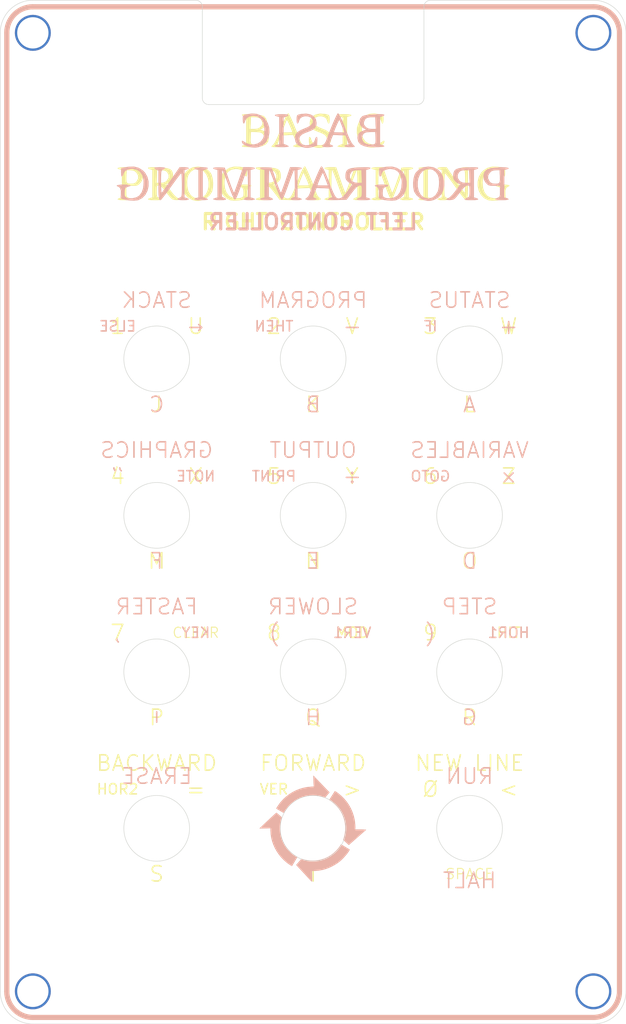
<source format=kicad_pcb>
(kicad_pcb (version 20171130) (host pcbnew "(5.1.8)-1")

  (general
    (thickness 1.6)
    (drawings 132)
    (tracks 0)
    (zones 0)
    (modules 7)
    (nets 1)
  )

  (page A4)
  (layers
    (0 F.Cu signal)
    (31 B.Cu signal)
    (32 B.Adhes user)
    (33 F.Adhes user)
    (34 B.Paste user hide)
    (35 F.Paste user)
    (36 B.SilkS user)
    (37 F.SilkS user)
    (38 B.Mask user)
    (39 F.Mask user hide)
    (40 Dwgs.User user hide)
    (41 Cmts.User user)
    (42 Eco1.User user)
    (43 Eco2.User user)
    (44 Edge.Cuts user)
    (45 Margin user)
    (46 B.CrtYd user)
    (47 F.CrtYd user)
    (48 B.Fab user)
    (49 F.Fab user)
  )

  (setup
    (last_trace_width 0.381)
    (trace_clearance 0.2)
    (zone_clearance 0.508)
    (zone_45_only no)
    (trace_min 0.2)
    (via_size 0.8)
    (via_drill 0.4)
    (via_min_size 0.4)
    (via_min_drill 0.3)
    (uvia_size 0.3)
    (uvia_drill 0.1)
    (uvias_allowed no)
    (uvia_min_size 0.2)
    (uvia_min_drill 0.1)
    (edge_width 0.05)
    (segment_width 0.2)
    (pcb_text_width 0.3)
    (pcb_text_size 1.5 1.5)
    (mod_edge_width 0.2)
    (mod_text_size 1 1)
    (mod_text_width 0.15)
    (pad_size 1.524 1.524)
    (pad_drill 0.762)
    (pad_to_mask_clearance 0)
    (aux_axis_origin 0 0)
    (visible_elements 7FFFFF7F)
    (pcbplotparams
      (layerselection 0x010fc_ffffffff)
      (usegerberextensions true)
      (usegerberattributes true)
      (usegerberadvancedattributes true)
      (creategerberjobfile true)
      (excludeedgelayer true)
      (linewidth 0.100000)
      (plotframeref false)
      (viasonmask false)
      (mode 1)
      (useauxorigin false)
      (hpglpennumber 1)
      (hpglpenspeed 20)
      (hpglpendiameter 15.000000)
      (psnegative false)
      (psa4output false)
      (plotreference true)
      (plotvalue true)
      (plotinvisibletext false)
      (padsonsilk false)
      (subtractmaskfromsilk false)
      (outputformat 1)
      (mirror false)
      (drillshape 0)
      (scaleselection 1)
      (outputdirectory "export/"))
  )

  (net 0 "")

  (net_class Default "This is the default net class."
    (clearance 0.2)
    (trace_width 0.381)
    (via_dia 0.8)
    (via_drill 0.4)
    (uvia_dia 0.3)
    (uvia_drill 0.1)
  )

  (module artwork:arrows (layer B.Cu) (tedit 0) (tstamp 60331BFA)
    (at 152.4 120.777)
    (fp_text reference G*** (at 0 0) (layer B.SilkS) hide
      (effects (font (size 1.524 1.524) (thickness 0.3)) (justify mirror))
    )
    (fp_text value LOGO (at 0.75 0) (layer B.SilkS) hide
      (effects (font (size 1.524 1.524) (thickness 0.3)) (justify mirror))
    )
    (fp_poly (pts (xy -2.849877 -1.641606) (xy -2.818367 -1.678939) (xy -2.778774 -1.735088) (xy -2.749099 -1.781875)
      (xy -2.576455 -2.034583) (xy -2.374895 -2.275417) (xy -2.150436 -2.498431) (xy -1.909094 -2.69768)
      (xy -1.656886 -2.867216) (xy -1.641928 -2.876085) (xy -1.345103 -3.03037) (xy -1.035211 -3.151338)
      (xy -0.711087 -3.239355) (xy -0.371568 -3.294785) (xy -0.276472 -3.304267) (xy -0.010156 -3.313372)
      (xy 0.269371 -3.297322) (xy 0.550675 -3.257593) (xy 0.822317 -3.195658) (xy 1.001863 -3.139433)
      (xy 1.144144 -3.089084) (xy 1.240084 -3.200078) (xy 1.293807 -3.262788) (xy 1.360437 -3.341372)
      (xy 1.429748 -3.423743) (xy 1.468917 -3.470612) (xy 1.60181 -3.630153) (xy 1.431004 -3.806255)
      (xy 1.376075 -3.863031) (xy 1.300594 -3.94126) (xy 1.209121 -4.036204) (xy 1.106218 -4.143126)
      (xy 0.996444 -4.257288) (xy 0.884362 -4.373951) (xy 0.825135 -4.435644) (xy 0.712712 -4.552649)
      (xy 0.599267 -4.670488) (xy 0.489545 -4.78425) (xy 0.388288 -4.889023) (xy 0.300239 -4.979897)
      (xy 0.230142 -5.051962) (xy 0.203006 -5.079715) (xy 0.01594 -5.2705) (xy 0.026446 -4.943929)
      (xy 0.0307 -4.81892) (xy 0.035556 -4.687918) (xy 0.040549 -4.562781) (xy 0.045212 -4.455366)
      (xy 0.047522 -4.40706) (xy 0.058092 -4.196762) (xy -0.184132 -4.185507) (xy -0.561764 -4.150029)
      (xy -0.93264 -4.079702) (xy -1.294488 -3.975683) (xy -1.645037 -3.839132) (xy -1.982013 -3.671207)
      (xy -2.303146 -3.473066) (xy -2.606162 -3.245867) (xy -2.88879 -2.990769) (xy -3.148758 -2.70893)
      (xy -3.198316 -2.648857) (xy -3.246508 -2.58667) (xy -3.30235 -2.510398) (xy -3.362078 -2.425683)
      (xy -3.421929 -2.338169) (xy -3.478138 -2.253498) (xy -3.526944 -2.177313) (xy -3.564582 -2.115256)
      (xy -3.58729 -2.07297) (xy -3.592286 -2.058167) (xy -3.577373 -2.044589) (xy -3.536222 -2.016399)
      (xy -3.474214 -1.976782) (xy -3.396732 -1.928926) (xy -3.309156 -1.876018) (xy -3.216868 -1.821246)
      (xy -3.125251 -1.767795) (xy -3.039684 -1.718854) (xy -2.965551 -1.677609) (xy -2.908232 -1.647247)
      (xy -2.87311 -1.630956) (xy -2.868342 -1.629434) (xy -2.849877 -1.641606)) (layer B.SilkS) (width 0.01))
    (fp_poly (pts (xy 3.910419 1.121161) (xy 4.044558 1.003233) (xy 4.194874 0.871141) (xy 4.352378 0.73278)
      (xy 4.508081 0.596045) (xy 4.652994 0.468833) (xy 4.758645 0.376129) (xy 4.861518 0.285591)
      (xy 4.954713 0.203001) (xy 5.034958 0.131306) (xy 5.098981 0.07345) (xy 5.143507 0.032381)
      (xy 5.165263 0.011044) (xy 5.16686 0.008696) (xy 5.142158 0.002417) (xy 5.084805 -0.003245)
      (xy 4.998432 -0.008145) (xy 4.886669 -0.012139) (xy 4.753149 -0.015083) (xy 4.601502 -0.016832)
      (xy 4.514756 -0.017226) (xy 4.103727 -0.018143) (xy 4.113169 -0.122464) (xy 4.115929 -0.199471)
      (xy 4.113709 -0.303832) (xy 4.107184 -0.427058) (xy 4.097032 -0.560662) (xy 4.083927 -0.696155)
      (xy 4.068546 -0.825048) (xy 4.051565 -0.938855) (xy 4.045384 -0.973473) (xy 3.955496 -1.354977)
      (xy 3.832761 -1.721749) (xy 3.67805 -2.072456) (xy 3.492238 -2.405765) (xy 3.276197 -2.720343)
      (xy 3.030799 -3.014858) (xy 2.756919 -3.287976) (xy 2.455428 -3.538366) (xy 2.284742 -3.661401)
      (xy 2.222566 -3.70278) (xy 2.171046 -3.734741) (xy 2.137811 -3.752658) (xy 2.130528 -3.754909)
      (xy 2.111947 -3.740363) (xy 2.083367 -3.70402) (xy 2.06604 -3.677802) (xy 2.042563 -3.64044)
      (xy 2.003089 -3.577999) (xy 1.951121 -3.496005) (xy 1.890162 -3.399979) (xy 1.823713 -3.295447)
      (xy 1.790326 -3.242976) (xy 1.562216 -2.884595) (xy 1.665572 -2.818777) (xy 1.831456 -2.702332)
      (xy 2.004195 -2.56165) (xy 2.17475 -2.405109) (xy 2.334081 -2.241092) (xy 2.473147 -2.077977)
      (xy 2.494731 -2.050143) (xy 2.673332 -1.787284) (xy 2.824701 -1.504378) (xy 2.947505 -1.205979)
      (xy 3.040409 -0.89664) (xy 3.102077 -0.580914) (xy 3.131174 -0.263355) (xy 3.126366 0.051484)
      (xy 3.123077 0.093186) (xy 3.100667 0.283521) (xy 3.066843 0.480875) (xy 3.024347 0.671618)
      (xy 2.975918 0.842118) (xy 2.96732 0.868027) (xy 2.924085 0.995142) (xy 3.117494 1.173392)
      (xy 3.195013 1.244838) (xy 3.270768 1.314663) (xy 3.336996 1.37571) (xy 3.385931 1.420822)
      (xy 3.393263 1.427582) (xy 3.475624 1.503522) (xy 3.910419 1.121161)) (layer B.SilkS) (width 0.01))
    (fp_poly (pts (xy -2.061084 3.553782) (xy -2.050659 3.536952) (xy -2.024269 3.493064) (xy -1.984407 3.426301)
      (xy -1.933564 3.340847) (xy -1.874235 3.240884) (xy -1.813717 3.138714) (xy -1.747474 3.026896)
      (xy -1.686243 2.923761) (xy -1.63278 2.833935) (xy -1.589842 2.762043) (xy -1.560187 2.712713)
      (xy -1.547291 2.691675) (xy -1.5366 2.670674) (xy -1.539701 2.653185) (xy -1.561853 2.633264)
      (xy -1.608316 2.604966) (xy -1.63963 2.587316) (xy -1.839313 2.460537) (xy -2.040497 2.304524)
      (xy -2.236956 2.125498) (xy -2.422467 1.929678) (xy -2.590803 1.723285) (xy -2.73574 1.512538)
      (xy -2.767068 1.460785) (xy -2.918949 1.16814) (xy -3.039432 0.8615) (xy -3.127804 0.544667)
      (xy -3.183352 0.221443) (xy -3.20536 -0.104369) (xy -3.193117 -0.428967) (xy -3.163833 -0.653143)
      (xy -3.148792 -0.732064) (xy -3.128509 -0.825826) (xy -3.105348 -0.924737) (xy -3.081676 -1.019103)
      (xy -3.059856 -1.099232) (xy -3.042254 -1.155433) (xy -3.039405 -1.16306) (xy -3.043405 -1.181113)
      (xy -3.066619 -1.211999) (xy -3.111289 -1.257994) (xy -3.179656 -1.321379) (xy -3.273962 -1.404429)
      (xy -3.29381 -1.421596) (xy -3.377276 -1.492683) (xy -3.452181 -1.554701) (xy -3.513953 -1.604007)
      (xy -3.558019 -1.636957) (xy -3.579805 -1.649909) (xy -3.580497 -1.64997) (xy -3.598343 -1.637719)
      (xy -3.639212 -1.603458) (xy -3.699805 -1.55015) (xy -3.776818 -1.480757) (xy -3.86695 -1.398242)
      (xy -3.9669 -1.305568) (xy -4.027714 -1.248662) (xy -4.208154 -1.079245) (xy -4.364364 -0.932542)
      (xy -4.498578 -0.806443) (xy -4.613034 -0.69884) (xy -4.709966 -0.607623) (xy -4.791611 -0.530684)
      (xy -4.860204 -0.465914) (xy -4.917981 -0.411202) (xy -4.967179 -0.364441) (xy -5.010033 -0.323522)
      (xy -5.048778 -0.286334) (xy -5.085652 -0.25077) (xy -5.087889 -0.248607) (xy -5.234214 -0.107142)
      (xy -4.694464 -0.119302) (xy -4.154714 -0.131461) (xy -4.154382 0.09302) (xy -4.136087 0.436766)
      (xy -4.083275 0.781084) (xy -3.997528 1.122902) (xy -3.880433 1.459152) (xy -3.733572 1.786765)
      (xy -3.55853 2.102671) (xy -3.356893 2.4038) (xy -3.130244 2.687084) (xy -2.880167 2.949453)
      (xy -2.608248 3.187838) (xy -2.522456 3.254364) (xy -2.444648 3.311453) (xy -2.361826 3.369705)
      (xy -2.279454 3.425575) (xy -2.202995 3.475517) (xy -2.137912 3.515984) (xy -2.08967 3.543432)
      (xy -2.063732 3.554314) (xy -2.061084 3.553782)) (layer B.SilkS) (width 0.01))
    (fp_poly (pts (xy -0.112207 5.061065) (xy -0.107947 5.00822) (xy -0.105168 4.920843) (xy -0.103892 4.799796)
      (xy -0.104142 4.645941) (xy -0.104848 4.55662) (xy -0.109911 4.033219) (xy 0.167294 4.02249)
      (xy 0.523961 3.994016) (xy 0.867081 3.935877) (xy 1.20265 3.846564) (xy 1.536663 3.724571)
      (xy 1.772807 3.618901) (xy 2.055197 3.469827) (xy 2.328905 3.299204) (xy 2.58089 3.115227)
      (xy 2.6035 3.097129) (xy 2.732306 2.985817) (xy 2.867952 2.855515) (xy 3.005388 2.712102)
      (xy 3.139568 2.56146) (xy 3.26544 2.409468) (xy 3.377958 2.262008) (xy 3.472071 2.12496)
      (xy 3.542732 2.004203) (xy 3.544046 2.001654) (xy 3.573622 1.944094) (xy 3.149483 1.68869)
      (xy 3.037872 1.621644) (xy 2.936698 1.561179) (xy 2.850034 1.509705) (xy 2.781954 1.469631)
      (xy 2.736532 1.443366) (xy 2.71784 1.43332) (xy 2.717656 1.433286) (xy 2.705048 1.447587)
      (xy 2.681941 1.483802) (xy 2.669193 1.505835) (xy 2.607341 1.60414) (xy 2.524544 1.718391)
      (xy 2.427125 1.840596) (xy 2.321405 1.962758) (xy 2.233405 2.056832) (xy 1.980726 2.292044)
      (xy 1.712022 2.4947) (xy 1.427286 2.664806) (xy 1.12651 2.802364) (xy 0.809687 2.907379)
      (xy 0.476808 2.979854) (xy 0.203901 3.013981) (xy -0.031232 3.022951) (xy -0.281263 3.012024)
      (xy -0.534427 2.982612) (xy -0.778957 2.936129) (xy -1.003089 2.873985) (xy -1.025597 2.86639)
      (xy -1.127026 2.831494) (xy -1.177647 2.889854) (xy -1.20626 2.922784) (xy -1.253611 2.977214)
      (xy -1.3146 3.047288) (xy -1.384131 3.127147) (xy -1.439603 3.19084) (xy -1.650937 3.433466)
      (xy -1.601075 3.493134) (xy -1.577035 3.520403) (xy -1.531501 3.570631) (xy -1.46775 3.640259)
      (xy -1.389055 3.725729) (xy -1.298692 3.823481) (xy -1.199936 3.929958) (xy -1.123159 4.012508)
      (xy -1.006135 4.138257) (xy -0.882531 4.271203) (xy -0.758237 4.405003) (xy -0.639142 4.533315)
      (xy -0.531134 4.649795) (xy -0.440102 4.748102) (xy -0.415588 4.774611) (xy -0.33454 4.861527)
      (xy -0.26112 4.938809) (xy -0.199055 5.002652) (xy -0.152069 5.049253) (xy -0.123889 5.074808)
      (xy -0.117928 5.078515) (xy -0.112207 5.061065)) (layer B.SilkS) (width 0.01))
  )

  (module artwork:title_basic (layer B.Cu) (tedit 0) (tstamp 60331D04)
    (at 152.4 55.245 180)
    (fp_text reference G*** (at 0 0) (layer B.SilkS) hide
      (effects (font (size 1.524 1.524) (thickness 0.3)) (justify mirror))
    )
    (fp_text value LOGO (at 0.75 0) (layer B.SilkS) hide
      (effects (font (size 1.524 1.524) (thickness 0.3)) (justify mirror))
    )
    (fp_poly (pts (xy 3.400621 4.13561) (xy 3.632201 4.100361) (xy 3.73024 4.048805) (xy 3.682241 3.986827)
      (xy 3.513667 3.929435) (xy 3.302 3.87631) (xy 3.302 1.203691) (xy 3.513667 1.150566)
      (xy 3.697846 1.084322) (xy 3.725191 1.023418) (xy 3.608202 0.97374) (xy 3.359377 0.941172)
      (xy 3.048 0.931333) (xy 2.733453 0.938943) (xy 2.496588 0.959165) (xy 2.377468 0.988089)
      (xy 2.370667 0.997438) (xy 2.441174 1.069645) (xy 2.612137 1.154607) (xy 2.624667 1.159417)
      (xy 2.878667 1.255291) (xy 2.878667 3.818809) (xy 2.624667 3.907354) (xy 2.42345 3.99746)
      (xy 2.387793 4.068047) (xy 2.514869 4.117504) (xy 2.801855 4.144221) (xy 3.048 4.148667)
      (xy 3.400621 4.13561)) (layer B.SilkS) (width 0.01))
    (fp_poly (pts (xy -2.351341 4.158531) (xy -2.242756 3.95218) (xy -2.098057 3.64136) (xy -1.92881 3.253155)
      (xy -1.746579 2.814644) (xy -1.56293 2.352911) (xy -1.389428 1.895038) (xy -1.263507 1.54338)
      (xy -1.15231 1.327863) (xy -1.014229 1.184602) (xy -1.007094 1.180567) (xy -0.863354 1.073134)
      (xy -0.884227 0.994729) (xy -1.067235 0.946939) (xy -1.397 0.931333) (xy -1.710679 0.946714)
      (xy -1.898789 0.987979) (xy -1.948159 1.04781) (xy -1.84562 1.118891) (xy -1.778 1.143)
      (xy -1.663665 1.192093) (xy -1.620899 1.270123) (xy -1.649609 1.416187) (xy -1.749701 1.669379)
      (xy -1.776593 1.732385) (xy -1.94452 2.124142) (xy -2.547378 2.099238) (xy -3.150237 2.074333)
      (xy -3.310716 1.651) (xy -3.399928 1.41366) (xy -3.458225 1.25472) (xy -3.471264 1.215679)
      (xy -3.400425 1.188953) (xy -3.259666 1.150566) (xy -3.08044 1.082692) (xy -3.056435 1.017193)
      (xy -3.173724 0.964373) (xy -3.41838 0.934534) (xy -3.556 0.931333) (xy -3.823962 0.93836)
      (xy -4.00804 0.956623) (xy -4.064 0.977728) (xy -4.007976 1.0609) (xy -3.871957 1.199877)
      (xy -3.860369 1.210561) (xy -3.743529 1.370491) (xy -3.592411 1.654252) (xy -3.425461 2.024758)
      (xy -3.304329 2.328333) (xy -3.28796 2.370667) (xy -3.040411 2.370667) (xy -2.536206 2.370667)
      (xy -2.269419 2.373896) (xy -2.086768 2.382282) (xy -2.032311 2.391833) (xy -2.063394 2.51245)
      (xy -2.141892 2.720917) (xy -2.248421 2.973933) (xy -2.363599 3.228199) (xy -2.468042 3.440414)
      (xy -2.542367 3.567278) (xy -2.565579 3.58311) (xy -2.61717 3.470332) (xy -2.708245 3.245913)
      (xy -2.819678 2.957075) (xy -2.826616 2.938668) (xy -3.040411 2.370667) (xy -3.28796 2.370667)
      (xy -3.044179 3.001132) (xy -2.830753 3.519826) (xy -2.660494 3.892008) (xy -2.529848 4.125272)
      (xy -2.435258 4.227209) (xy -2.412247 4.233333) (xy -2.351341 4.158531)) (layer B.SilkS) (width 0.01))
    (fp_poly (pts (xy -6.006506 4.141938) (xy -5.638077 4.114953) (xy -5.291808 4.074998) (xy -5.005659 4.02427)
      (xy -4.817588 3.964963) (xy -4.794705 3.952018) (xy -4.582604 3.726218) (xy -4.502818 3.445684)
      (xy -4.551333 3.156127) (xy -4.724136 2.903255) (xy -4.897427 2.782122) (xy -5.170437 2.643243)
      (xy -4.897883 2.548231) (xy -4.572424 2.393666) (xy -4.388822 2.190201) (xy -4.320299 1.904297)
      (xy -4.318 1.82197) (xy -4.389389 1.468192) (xy -4.603316 1.205664) (xy -4.959418 1.034786)
      (xy -5.05065 1.010949) (xy -5.289086 0.973818) (xy -5.604477 0.949008) (xy -5.956955 0.936449)
      (xy -6.30665 0.936068) (xy -6.613692 0.947791) (xy -6.838213 0.971548) (xy -6.940343 1.007264)
      (xy -6.942666 1.014387) (xy -6.870827 1.094638) (xy -6.731 1.150566) (xy -6.519333 1.203691)
      (xy -6.519333 1.55577) (xy -6.090852 1.55577) (xy -6.064404 1.335602) (xy -5.976743 1.223816)
      (xy -5.804549 1.190248) (xy -5.530277 1.204258) (xy -5.210021 1.249893) (xy -5.006228 1.333764)
      (xy -4.896601 1.435679) (xy -4.757714 1.721603) (xy -4.78461 2.01507) (xy -4.894368 2.202231)
      (xy -5.018636 2.314813) (xy -5.193677 2.375315) (xy -5.472721 2.399953) (xy -5.550535 2.40211)
      (xy -6.053666 2.413) (xy -6.079407 1.91448) (xy -6.090852 1.55577) (xy -6.519333 1.55577)
      (xy -6.519333 2.709333) (xy -6.103737 2.709333) (xy -5.71502 2.709333) (xy -5.420668 2.736463)
      (xy -5.210713 2.836631) (xy -5.110376 2.925261) (xy -4.962076 3.117082) (xy -4.937497 3.303419)
      (xy -4.950462 3.369761) (xy -5.060319 3.634756) (xy -5.250911 3.784951) (xy -5.556528 3.843763)
      (xy -5.64905 3.846859) (xy -6.053666 3.852333) (xy -6.078702 3.280833) (xy -6.103737 2.709333)
      (xy -6.519333 2.709333) (xy -6.519333 3.87631) (xy -6.731 3.929435) (xy -6.889673 4.001114)
      (xy -6.942666 4.076267) (xy -6.865177 4.123118) (xy -6.658015 4.148216) (xy -6.359139 4.153757)
      (xy -6.006506 4.141938)) (layer B.SilkS) (width 0.01))
    (fp_poly (pts (xy 6.088315 4.194998) (xy 6.449068 4.132887) (xy 6.675177 4.081704) (xy 6.797936 4.018639)
      (xy 6.84864 3.920878) (xy 6.858582 3.765612) (xy 6.858 3.63394) (xy 6.836729 3.370192)
      (xy 6.783754 3.23715) (xy 6.715336 3.246293) (xy 6.647736 3.409101) (xy 6.632898 3.475013)
      (xy 6.501881 3.727187) (xy 6.244462 3.901166) (xy 5.893403 3.97655) (xy 5.825038 3.978085)
      (xy 5.412443 3.903708) (xy 5.090481 3.692012) (xy 4.868188 3.354056) (xy 4.754599 2.900898)
      (xy 4.741334 2.65176) (xy 4.760958 2.311594) (xy 4.811682 1.993893) (xy 4.863239 1.819468)
      (xy 5.078892 1.505059) (xy 5.396707 1.292723) (xy 5.777119 1.191872) (xy 6.18056 1.211916)
      (xy 6.567464 1.362265) (xy 6.626679 1.400052) (xy 6.82007 1.52633) (xy 6.912342 1.560208)
      (xy 6.940757 1.506882) (xy 6.942667 1.444107) (xy 6.864641 1.273456) (xy 6.657016 1.119912)
      (xy 6.359474 0.996291) (xy 6.011693 0.915409) (xy 5.653356 0.890083) (xy 5.344398 0.927874)
      (xy 4.904348 1.116838) (xy 4.571312 1.434061) (xy 4.351165 1.871991) (xy 4.258137 2.324141)
      (xy 4.276738 2.843268) (xy 4.429357 3.309784) (xy 4.694594 3.701814) (xy 5.051049 3.997482)
      (xy 5.477321 4.174912) (xy 5.952012 4.212229) (xy 6.088315 4.194998)) (layer B.SilkS) (width 0.01))
    (fp_poly (pts (xy 1.151028 4.16901) (xy 1.4605 4.096114) (xy 1.553465 4.028425) (xy 1.598457 3.869301)
      (xy 1.608667 3.627906) (xy 1.59434 3.360952) (xy 1.548195 3.243656) (xy 1.502834 3.237974)
      (xy 1.415273 3.339282) (xy 1.370135 3.499802) (xy 1.268691 3.725363) (xy 1.056084 3.877415)
      (xy 0.777927 3.946443) (xy 0.479833 3.922931) (xy 0.207413 3.797367) (xy 0.153722 3.753539)
      (xy 0.01194 3.541168) (xy 0.029389 3.318733) (xy 0.197582 3.099478) (xy 0.508028 2.896647)
      (xy 0.776498 2.781918) (xy 1.224533 2.593729) (xy 1.525612 2.400727) (xy 1.70134 2.181925)
      (xy 1.77332 1.916334) (xy 1.778 1.808959) (xy 1.71078 1.43877) (xy 1.505727 1.162155)
      (xy 1.15775 0.973045) (xy 1.047981 0.938771) (xy 0.756923 0.872766) (xy 0.503394 0.861973)
      (xy 0.210847 0.907892) (xy 0 0.959314) (xy -0.381 1.058333) (xy -0.40689 1.511464)
      (xy -0.412096 1.781518) (xy -0.384214 1.911086) (xy -0.322224 1.928268) (xy -0.231688 1.825784)
      (xy -0.184398 1.660682) (xy -0.079098 1.423221) (xy 0.144444 1.241336) (xy 0.43944 1.132666)
      (xy 0.759102 1.114854) (xy 1.042733 1.198008) (xy 1.255238 1.352352) (xy 1.342959 1.55785)
      (xy 1.35337 1.711202) (xy 1.291713 1.954768) (xy 1.094615 2.158044) (xy 0.748419 2.332672)
      (xy 0.53935 2.405327) (xy 0.107847 2.581674) (xy -0.171216 2.797571) (xy -0.312972 3.068208)
      (xy -0.338666 3.286734) (xy -0.26706 3.65571) (xy -0.064259 3.936536) (xy 0.251708 4.121102)
      (xy 0.662813 4.201296) (xy 1.151028 4.16901)) (layer B.SilkS) (width 0.01))
    (fp_poly (pts (xy 13.838562 -2.2225) (xy 14.116594 -2.622213) (xy 14.36388 -2.975481) (xy 14.563183 -3.257857)
      (xy 14.697266 -3.444893) (xy 14.745975 -3.509433) (xy 14.771875 -3.460647) (xy 14.793514 -3.270794)
      (xy 14.80897 -2.968125) (xy 14.81632 -2.580891) (xy 14.816667 -2.470451) (xy 14.81571 -2.016851)
      (xy 14.809446 -1.703356) (xy 14.792787 -1.50074) (xy 14.760645 -1.379776) (xy 14.707932 -1.311237)
      (xy 14.629561 -1.265895) (xy 14.605 -1.254594) (xy 14.430229 -1.151913) (xy 14.420976 -1.078173)
      (xy 14.577726 -1.033031) (xy 14.900964 -1.016147) (xy 14.943667 -1.016) (xy 15.284054 -1.029997)
      (xy 15.457904 -1.072217) (xy 15.4657 -1.143) (xy 15.307929 -1.242689) (xy 15.282334 -1.254594)
      (xy 15.070667 -1.351036) (xy 15.070667 -2.65826) (xy 15.06789 -3.220075) (xy 15.05777 -3.633788)
      (xy 15.037623 -3.920569) (xy 15.004764 -4.101584) (xy 14.956508 -4.198003) (xy 14.89017 -4.230993)
      (xy 14.871108 -4.231821) (xy 14.794042 -4.1653) (xy 14.637399 -3.981064) (xy 14.417987 -3.700624)
      (xy 14.152616 -3.34549) (xy 13.858097 -2.937173) (xy 13.845558 -2.919488) (xy 13.552111 -2.510019)
      (xy 13.289776 -2.152817) (xy 13.074796 -1.869284) (xy 12.923413 -1.680819) (xy 12.851869 -1.608825)
      (xy 12.850724 -1.608667) (xy 12.826599 -1.68819) (xy 12.806422 -1.906214) (xy 12.791972 -2.23192)
      (xy 12.785025 -2.63449) (xy 12.784667 -2.753762) (xy 12.785507 -3.213174) (xy 12.791305 -3.531708)
      (xy 12.806976 -3.737821) (xy 12.837433 -3.859969) (xy 12.887591 -3.926609) (xy 12.962365 -3.966195)
      (xy 12.996334 -3.979333) (xy 13.176116 -4.072929) (xy 13.194473 -4.149945) (xy 13.058963 -4.204712)
      (xy 12.777142 -4.231562) (xy 12.657667 -4.233333) (xy 12.376826 -4.221674) (xy 12.178711 -4.191138)
      (xy 12.107334 -4.15028) (xy 12.179173 -4.070028) (xy 12.319 -4.014101) (xy 12.530667 -3.960976)
      (xy 12.530667 -1.288357) (xy 12.319 -1.235232) (xy 12.14098 -1.166182) (xy 12.118037 -1.098219)
      (xy 12.236328 -1.044227) (xy 12.482008 -1.017089) (xy 12.554587 -1.016) (xy 13.001841 -1.016)
      (xy 13.838562 -2.2225)) (layer B.SilkS) (width 0.01))
    (fp_poly (pts (xy 11.274621 -1.029057) (xy 11.506201 -1.064306) (xy 11.60424 -1.115861) (xy 11.556241 -1.17784)
      (xy 11.387667 -1.235232) (xy 11.176 -1.288357) (xy 11.176 -3.960976) (xy 11.387667 -4.014101)
      (xy 11.571846 -4.080345) (xy 11.599191 -4.141248) (xy 11.482202 -4.190927) (xy 11.233377 -4.223495)
      (xy 10.922 -4.233333) (xy 10.607453 -4.225724) (xy 10.370588 -4.205502) (xy 10.251468 -4.176577)
      (xy 10.244667 -4.167229) (xy 10.315174 -4.095022) (xy 10.486137 -4.010059) (xy 10.498667 -4.00525)
      (xy 10.752667 -3.909375) (xy 10.752667 -1.345858) (xy 10.498667 -1.257313) (xy 10.29745 -1.167206)
      (xy 10.261793 -1.096619) (xy 10.388869 -1.047162) (xy 10.675855 -1.020445) (xy 10.922 -1.016)
      (xy 11.274621 -1.029057)) (layer B.SilkS) (width 0.01))
    (fp_poly (pts (xy 6.815667 -1.016387) (xy 7.230383 -2.222693) (xy 7.378891 -2.648428) (xy 7.51152 -3.017029)
      (xy 7.617271 -3.298802) (xy 7.685143 -3.464048) (xy 7.701012 -3.49323) (xy 7.745774 -3.44006)
      (xy 7.83306 -3.251518) (xy 7.952464 -2.953076) (xy 8.093578 -2.570208) (xy 8.185253 -2.307896)
      (xy 8.613579 -1.058333) (xy 9.175123 -1.033298) (xy 9.482629 -1.035349) (xy 9.67938 -1.067365)
      (xy 9.749712 -1.120306) (xy 9.677963 -1.185131) (xy 9.525 -1.235232) (xy 9.313334 -1.288357)
      (xy 9.313334 -3.960976) (xy 9.525 -4.014101) (xy 9.707897 -4.080605) (xy 9.73445 -4.142415)
      (xy 9.617635 -4.192812) (xy 9.370429 -4.225075) (xy 9.101667 -4.233333) (xy 8.731212 -4.221541)
      (xy 8.525896 -4.185185) (xy 8.483107 -4.122791) (xy 8.600234 -4.032889) (xy 8.678334 -3.994739)
      (xy 8.89 -3.898297) (xy 8.89 -2.570037) (xy 8.886291 -2.123309) (xy 8.876044 -1.748533)
      (xy 8.860581 -1.472562) (xy 8.841222 -1.322248) (xy 8.827708 -1.30407) (xy 8.77982 -1.400432)
      (xy 8.685401 -1.629363) (xy 8.554953 -1.963995) (xy 8.398979 -2.377456) (xy 8.251309 -2.778681)
      (xy 8.036677 -3.3497) (xy 7.860648 -3.77841) (xy 7.725975 -4.058673) (xy 7.635412 -4.184346)
      (xy 7.617972 -4.191) (xy 7.541143 -4.110005) (xy 7.420807 -3.869477) (xy 7.258556 -3.4731)
      (xy 7.05598 -2.924558) (xy 6.98787 -2.731698) (xy 6.822232 -2.267932) (xy 6.67199 -1.864837)
      (xy 6.547045 -1.547588) (xy 6.457298 -1.34136) (xy 6.4135 -1.271198) (xy 6.391757 -1.35064)
      (xy 6.37322 -1.570673) (xy 6.35928 -1.902569) (xy 6.351324 -2.317594) (xy 6.35 -2.584429)
      (xy 6.35 -3.898858) (xy 6.561667 -3.979333) (xy 6.741449 -4.072929) (xy 6.759807 -4.149945)
      (xy 6.624297 -4.204712) (xy 6.342476 -4.231562) (xy 6.223 -4.233333) (xy 5.942159 -4.221674)
      (xy 5.744045 -4.191138) (xy 5.672667 -4.15028) (xy 5.744507 -4.070028) (xy 5.884334 -4.014101)
      (xy 6.096 -3.960976) (xy 6.096 -1.288357) (xy 5.884334 -1.235232) (xy 5.70344 -1.1682)
      (xy 5.678206 -1.104773) (xy 5.795019 -1.053238) (xy 6.04027 -1.021878) (xy 6.244167 -1.016193)
      (xy 6.815667 -1.016387)) (layer B.SilkS) (width 0.01))
    (fp_poly (pts (xy 2.243667 -1.016387) (xy 2.658383 -2.222693) (xy 2.806891 -2.648428) (xy 2.93952 -3.017029)
      (xy 3.045271 -3.298802) (xy 3.113143 -3.464048) (xy 3.129012 -3.49323) (xy 3.173774 -3.44006)
      (xy 3.26106 -3.251518) (xy 3.380464 -2.953076) (xy 3.521578 -2.570208) (xy 3.613253 -2.307896)
      (xy 4.041579 -1.058333) (xy 4.603123 -1.033298) (xy 4.910629 -1.035349) (xy 5.10738 -1.067365)
      (xy 5.177712 -1.120306) (xy 5.105963 -1.185131) (xy 4.953 -1.235232) (xy 4.741334 -1.288357)
      (xy 4.741334 -3.960976) (xy 4.953 -4.014101) (xy 5.135897 -4.080605) (xy 5.16245 -4.142415)
      (xy 5.045635 -4.192812) (xy 4.798429 -4.225075) (xy 4.529667 -4.233333) (xy 4.159212 -4.221541)
      (xy 3.953896 -4.185185) (xy 3.911107 -4.122791) (xy 4.028234 -4.032889) (xy 4.106334 -3.994739)
      (xy 4.318 -3.898297) (xy 4.318 -2.570037) (xy 4.314291 -2.123309) (xy 4.304044 -1.748533)
      (xy 4.288581 -1.472562) (xy 4.269222 -1.322248) (xy 4.255708 -1.30407) (xy 4.20782 -1.400432)
      (xy 4.113401 -1.629363) (xy 3.982953 -1.963995) (xy 3.826979 -2.377456) (xy 3.679309 -2.778681)
      (xy 3.464677 -3.3497) (xy 3.288648 -3.77841) (xy 3.153975 -4.058673) (xy 3.063412 -4.184346)
      (xy 3.045972 -4.191) (xy 2.969143 -4.110005) (xy 2.848807 -3.869477) (xy 2.686556 -3.4731)
      (xy 2.48398 -2.924558) (xy 2.41587 -2.731698) (xy 2.250232 -2.267932) (xy 2.09999 -1.864837)
      (xy 1.975045 -1.547588) (xy 1.885298 -1.34136) (xy 1.8415 -1.271198) (xy 1.819757 -1.35064)
      (xy 1.80122 -1.570673) (xy 1.78728 -1.902569) (xy 1.779324 -2.317594) (xy 1.778 -2.584429)
      (xy 1.778 -3.898858) (xy 1.989667 -3.979333) (xy 2.169449 -4.072929) (xy 2.187807 -4.149945)
      (xy 2.052297 -4.204712) (xy 1.770476 -4.231562) (xy 1.651 -4.233333) (xy 1.370159 -4.221674)
      (xy 1.172045 -4.191138) (xy 1.100667 -4.15028) (xy 1.172507 -4.070028) (xy 1.312334 -4.014101)
      (xy 1.524 -3.960976) (xy 1.524 -1.288357) (xy 1.312334 -1.235232) (xy 1.13144 -1.1682)
      (xy 1.106206 -1.104773) (xy 1.223019 -1.053238) (xy 1.46827 -1.021878) (xy 1.672167 -1.016193)
      (xy 2.243667 -1.016387)) (layer B.SilkS) (width 0.01))
    (fp_poly (pts (xy -0.742674 -1.006135) (xy -0.634089 -1.212487) (xy -0.489391 -1.523306) (xy -0.320143 -1.911512)
      (xy -0.137912 -2.350022) (xy 0.045737 -2.811755) (xy 0.219239 -3.269629) (xy 0.34516 -3.621287)
      (xy 0.456356 -3.836804) (xy 0.594438 -3.980065) (xy 0.601572 -3.984099) (xy 0.745313 -4.091533)
      (xy 0.724439 -4.169937) (xy 0.541432 -4.217727) (xy 0.211667 -4.233333) (xy -0.102012 -4.217952)
      (xy -0.290122 -4.176688) (xy -0.339492 -4.116857) (xy -0.236953 -4.045776) (xy -0.169333 -4.021667)
      (xy -0.054998 -3.972574) (xy -0.012232 -3.894543) (xy -0.040942 -3.74848) (xy -0.141035 -3.495288)
      (xy -0.167926 -3.432282) (xy -0.335853 -3.040525) (xy -0.938712 -3.065429) (xy -1.54157 -3.090333)
      (xy -1.702049 -3.513667) (xy -1.791261 -3.751006) (xy -1.849558 -3.909947) (xy -1.862598 -3.948988)
      (xy -1.791758 -3.975714) (xy -1.651 -4.014101) (xy -1.492399 -4.083081) (xy -1.439333 -4.153144)
      (xy -1.5213 -4.192246) (xy -1.757887 -4.21453) (xy -2.135129 -4.219043) (xy -2.346751 -4.215031)
      (xy -3.254169 -4.191) (xy -3.769753 -3.513667) (xy -4.041645 -3.172424) (xy -4.247719 -2.954948)
      (xy -4.410091 -2.840297) (xy -4.513335 -2.809543) (xy -4.634718 -2.801822) (xy -4.702909 -2.838699)
      (xy -4.733248 -2.956265) (xy -4.741072 -3.190613) (xy -4.741333 -3.346064) (xy -4.737377 -3.64815)
      (xy -4.714046 -3.825534) (xy -4.654148 -3.922836) (xy -4.54049 -3.984673) (xy -4.487333 -4.00525)
      (xy -4.290822 -4.09675) (xy -4.254323 -4.163898) (xy -4.380115 -4.207921) (xy -4.670478 -4.230047)
      (xy -4.910666 -4.233333) (xy -5.237849 -4.223684) (xy -5.474178 -4.197629) (xy -5.584242 -4.159513)
      (xy -5.588 -4.15028) (xy -5.51616 -4.070028) (xy -5.376333 -4.014101) (xy -5.164666 -3.960976)
      (xy -5.164666 -2.54) (xy -4.748752 -2.54) (xy -4.360194 -2.54) (xy -4.062535 -2.511908)
      (xy -3.85154 -2.409996) (xy -3.763818 -2.332182) (xy -3.58946 -2.060464) (xy -3.580084 -1.772479)
      (xy -3.712914 -1.518311) (xy -3.859861 -1.390671) (xy -4.068296 -1.331137) (xy -4.284414 -1.318432)
      (xy -4.699 -1.312333) (xy -4.723876 -1.926167) (xy -4.748752 -2.54) (xy -5.164666 -2.54)
      (xy -5.164666 -1.288357) (xy -5.376333 -1.235232) (xy -5.535006 -1.163553) (xy -5.588 -1.088399)
      (xy -5.521118 -1.045885) (xy -5.313626 -1.02394) (xy -4.955252 -1.021972) (xy -4.613185 -1.032005)
      (xy -4.082561 -1.06346) (xy -3.697548 -1.119101) (xy -3.434857 -1.211025) (xy -3.271199 -1.35133)
      (xy -3.183284 -1.552114) (xy -3.149829 -1.792137) (xy -3.152528 -2.060777) (xy -3.223917 -2.247932)
      (xy -3.351875 -2.39745) (xy -3.52909 -2.546273) (xy -3.675002 -2.622176) (xy -3.694545 -2.624667)
      (xy -3.773798 -2.635921) (xy -3.7936 -2.68549) (xy -3.743048 -2.797087) (xy -3.611233 -2.994422)
      (xy -3.387252 -3.301205) (xy -3.377042 -3.314983) (xy -3.106055 -3.663332) (xy -2.893726 -3.888664)
      (xy -2.712591 -4.013758) (xy -2.535185 -4.061394) (xy -2.474022 -4.064) (xy -2.343471 -4.037444)
      (xy -2.222186 -3.943457) (xy -2.096606 -3.760562) (xy -1.953167 -3.467282) (xy -1.778309 -3.042138)
      (xy -1.698815 -2.836333) (xy -1.682328 -2.794) (xy -1.431745 -2.794) (xy -0.927539 -2.794)
      (xy -0.660752 -2.790771) (xy -0.478101 -2.782384) (xy -0.423644 -2.772833) (xy -0.454728 -2.652217)
      (xy -0.533226 -2.44375) (xy -0.639755 -2.190734) (xy -0.754932 -1.936468) (xy -0.859375 -1.724253)
      (xy -0.9337 -1.597388) (xy -0.956912 -1.581557) (xy -1.008503 -1.694334) (xy -1.099579 -1.918753)
      (xy -1.211012 -2.207592) (xy -1.21795 -2.225998) (xy -1.431745 -2.794) (xy -1.682328 -2.794)
      (xy -1.439335 -2.170111) (xy -1.227287 -1.656359) (xy -1.058527 -1.286261) (xy -0.928911 -1.051)
      (xy -0.834297 -0.941759) (xy -0.80358 -0.931333) (xy -0.742674 -1.006135)) (layer B.SilkS) (width 0.01))
    (fp_poly (pts (xy -15.111852 -1.032005) (xy -14.581227 -1.06346) (xy -14.196215 -1.119101) (xy -13.933524 -1.211025)
      (xy -13.769866 -1.35133) (xy -13.68195 -1.552114) (xy -13.648496 -1.792137) (xy -13.651195 -2.060777)
      (xy -13.722583 -2.247932) (xy -13.850541 -2.39745) (xy -14.027756 -2.546273) (xy -14.173669 -2.622176)
      (xy -14.193212 -2.624667) (xy -14.272179 -2.63639) (xy -14.291956 -2.686719) (xy -14.241633 -2.798386)
      (xy -14.110302 -2.994126) (xy -13.887054 -3.296675) (xy -13.842013 -3.356597) (xy -13.572207 -3.688102)
      (xy -13.341139 -3.919259) (xy -13.1714 -4.027625) (xy -13.16468 -4.02948) (xy -12.987366 -4.097962)
      (xy -12.963095 -4.162867) (xy -13.076014 -4.20849) (xy -13.310267 -4.219127) (xy -13.353791 -4.216805)
      (xy -13.539692 -4.199438) (xy -13.681274 -4.158488) (xy -13.812011 -4.06823) (xy -13.965377 -3.902941)
      (xy -14.174849 -3.636897) (xy -14.268793 -3.513667) (xy -14.540458 -3.172457) (xy -14.746355 -2.95501)
      (xy -14.908619 -2.840355) (xy -15.012002 -2.809543) (xy -15.133384 -2.801822) (xy -15.201576 -2.838699)
      (xy -15.231915 -2.956265) (xy -15.239738 -3.190613) (xy -15.24 -3.346064) (xy -15.236043 -3.64815)
      (xy -15.212712 -3.825534) (xy -15.152814 -3.922836) (xy -15.039157 -3.984673) (xy -14.986 -4.00525)
      (xy -14.789489 -4.09675) (xy -14.75299 -4.163898) (xy -14.878782 -4.207921) (xy -15.169145 -4.230047)
      (xy -15.409333 -4.233333) (xy -15.736515 -4.223684) (xy -15.972845 -4.197629) (xy -16.082909 -4.159513)
      (xy -16.086666 -4.15028) (xy -16.014827 -4.070028) (xy -15.875 -4.014101) (xy -15.663333 -3.960976)
      (xy -15.663333 -2.54) (xy -15.247418 -2.54) (xy -14.858861 -2.54) (xy -14.561202 -2.511908)
      (xy -14.350207 -2.409996) (xy -14.262485 -2.332182) (xy -14.088126 -2.060464) (xy -14.078751 -1.772479)
      (xy -14.211581 -1.518311) (xy -14.358527 -1.390671) (xy -14.566962 -1.331137) (xy -14.783081 -1.318432)
      (xy -15.197666 -1.312333) (xy -15.222542 -1.926167) (xy -15.247418 -2.54) (xy -15.663333 -2.54)
      (xy -15.663333 -1.288357) (xy -15.875 -1.235232) (xy -16.033673 -1.163553) (xy -16.086666 -1.088399)
      (xy -16.019785 -1.045885) (xy -15.812293 -1.02394) (xy -15.453919 -1.021972) (xy -15.111852 -1.032005)) (layer B.SilkS) (width 0.01))
    (fp_poly (pts (xy -17.694283 -1.041593) (xy -17.229344 -1.122835) (xy -16.901072 -1.266422) (xy -16.696752 -1.479051)
      (xy -16.603664 -1.767417) (xy -16.594666 -1.918423) (xy -16.631119 -2.22117) (xy -16.766 -2.469321)
      (xy -16.841913 -2.559831) (xy -16.988667 -2.70973) (xy -17.127298 -2.792487) (xy -17.315021 -2.827653)
      (xy -17.609054 -2.834783) (xy -17.646247 -2.834707) (xy -18.203333 -2.833081) (xy -18.203333 -3.371228)
      (xy -18.198822 -3.665338) (xy -18.172995 -3.83617) (xy -18.107412 -3.929753) (xy -17.983631 -3.992119)
      (xy -17.949333 -4.00525) (xy -17.752822 -4.09675) (xy -17.716323 -4.163898) (xy -17.842115 -4.207921)
      (xy -18.132478 -4.230047) (xy -18.372666 -4.233333) (xy -18.699849 -4.223684) (xy -18.936178 -4.197629)
      (xy -19.046242 -4.159513) (xy -19.05 -4.15028) (xy -18.97816 -4.070028) (xy -18.838333 -4.014101)
      (xy -18.626666 -3.960976) (xy -18.626666 -2.624667) (xy -18.626666 -2.217235) (xy -18.196968 -2.217235)
      (xy -18.174391 -2.444049) (xy -18.100518 -2.566209) (xy -17.957072 -2.615732) (xy -17.746469 -2.624667)
      (xy -17.477941 -2.60279) (xy -17.302365 -2.517544) (xy -17.193478 -2.401582) (xy -17.040785 -2.106806)
      (xy -17.056675 -1.818841) (xy -17.215126 -1.55827) (xy -17.395636 -1.399834) (xy -17.62056 -1.331531)
      (xy -17.786626 -1.320715) (xy -18.161 -1.312333) (xy -18.186525 -1.853749) (xy -18.196968 -2.217235)
      (xy -18.626666 -2.217235) (xy -18.626667 -1.288357) (xy -18.838333 -1.235232) (xy -19.024336 -1.169276)
      (xy -19.052728 -1.109526) (xy -18.935223 -1.06083) (xy -18.683539 -1.028039) (xy -18.309391 -1.016)
      (xy -18.308608 -1.016) (xy -17.694283 -1.041593)) (layer B.SilkS) (width 0.01))
    (fp_poly (pts (xy 17.96939 -0.968843) (xy 18.283833 -1.023016) (xy 18.711334 -1.114698) (xy 18.711334 -1.538071)
      (xy 18.69694 -1.804509) (xy 18.650596 -1.921246) (xy 18.6055 -1.926693) (xy 18.518781 -1.825556)
      (xy 18.472206 -1.658687) (xy 18.368301 -1.450985) (xy 18.133888 -1.291814) (xy 17.805279 -1.200655)
      (xy 17.59222 -1.186581) (xy 17.18039 -1.261063) (xy 16.858853 -1.472961) (xy 16.636756 -1.811065)
      (xy 16.523241 -2.26417) (xy 16.51 -2.512907) (xy 16.554095 -3.042452) (xy 16.693128 -3.45439)
      (xy 16.937222 -3.777678) (xy 16.959483 -3.798639) (xy 17.238244 -3.960038) (xy 17.598093 -4.04293)
      (xy 17.964382 -4.035288) (xy 18.139834 -3.988799) (xy 18.289013 -3.908709) (xy 18.355963 -3.783399)
      (xy 18.371402 -3.552917) (xy 18.37137 -3.536929) (xy 18.351667 -3.234023) (xy 18.278215 -3.054068)
      (xy 18.12543 -2.953037) (xy 18.011985 -2.918534) (xy 17.819907 -2.851814) (xy 17.787092 -2.792868)
      (xy 17.9035 -2.746415) (xy 18.15909 -2.717169) (xy 18.457334 -2.709333) (xy 18.817461 -2.722137)
      (xy 19.048357 -2.757459) (xy 19.13889 -2.810663) (xy 19.07793 -2.877117) (xy 18.96553 -2.920937)
      (xy 18.80317 -3.057214) (xy 18.723526 -3.325323) (xy 18.732004 -3.706441) (xy 18.734447 -3.725218)
      (xy 18.751061 -3.942965) (xy 18.702815 -4.057095) (xy 18.559382 -4.129766) (xy 18.532392 -4.139329)
      (xy 18.208659 -4.217696) (xy 17.817137 -4.264214) (xy 17.427776 -4.274739) (xy 17.110526 -4.245128)
      (xy 17.039709 -4.227749) (xy 16.647033 -4.027163) (xy 16.344972 -3.712617) (xy 16.138575 -3.31628)
      (xy 16.032892 -2.870317) (xy 16.032974 -2.406895) (xy 16.143871 -1.958182) (xy 16.370635 -1.556343)
      (xy 16.585248 -1.333251) (xy 16.985885 -1.079367) (xy 17.43863 -0.959475) (xy 17.96939 -0.968843)) (layer B.SilkS) (width 0.01))
    (fp_poly (pts (xy -7.17661 -0.968843) (xy -6.862167 -1.023016) (xy -6.434666 -1.114698) (xy -6.434666 -1.538071)
      (xy -6.44906 -1.804509) (xy -6.495404 -1.921246) (xy -6.5405 -1.926693) (xy -6.627219 -1.825556)
      (xy -6.673794 -1.658687) (xy -6.777699 -1.450985) (xy -7.012112 -1.291814) (xy -7.340721 -1.200655)
      (xy -7.55378 -1.186581) (xy -7.96561 -1.261063) (xy -8.287147 -1.472961) (xy -8.509244 -1.811065)
      (xy -8.622759 -2.26417) (xy -8.636 -2.512907) (xy -8.591905 -3.042452) (xy -8.452872 -3.45439)
      (xy -8.208778 -3.777678) (xy -8.186517 -3.798639) (xy -7.907756 -3.960038) (xy -7.547907 -4.04293)
      (xy -7.181618 -4.035288) (xy -7.006166 -3.988799) (xy -6.856987 -3.908709) (xy -6.790037 -3.783399)
      (xy -6.774598 -3.552917) (xy -6.77463 -3.536929) (xy -6.794333 -3.234023) (xy -6.867785 -3.054068)
      (xy -7.02057 -2.953037) (xy -7.134015 -2.918534) (xy -7.326093 -2.851814) (xy -7.358908 -2.792868)
      (xy -7.2425 -2.746415) (xy -6.98691 -2.717169) (xy -6.688666 -2.709333) (xy -6.328539 -2.722137)
      (xy -6.097643 -2.757459) (xy -6.00711 -2.810663) (xy -6.06807 -2.877117) (xy -6.18047 -2.920937)
      (xy -6.34283 -3.057214) (xy -6.422474 -3.325323) (xy -6.413996 -3.706441) (xy -6.411553 -3.725218)
      (xy -6.394939 -3.942965) (xy -6.443185 -4.057095) (xy -6.586618 -4.129766) (xy -6.613608 -4.139329)
      (xy -6.937341 -4.217696) (xy -7.328863 -4.264214) (xy -7.718224 -4.274739) (xy -8.035474 -4.245128)
      (xy -8.106291 -4.227749) (xy -8.498967 -4.027163) (xy -8.801028 -3.712617) (xy -9.007425 -3.31628)
      (xy -9.113108 -2.870317) (xy -9.113026 -2.406895) (xy -9.002129 -1.958182) (xy -8.775365 -1.556343)
      (xy -8.560752 -1.333251) (xy -8.160115 -1.079367) (xy -7.70737 -0.959475) (xy -7.17661 -0.968843)) (layer B.SilkS) (width 0.01))
    (fp_poly (pts (xy -10.740194 -1.030794) (xy -10.333485 -1.222948) (xy -10.019601 -1.5209) (xy -9.897862 -1.727584)
      (xy -9.79189 -2.086108) (xy -9.743222 -2.523237) (xy -9.75383 -2.966264) (xy -9.825682 -3.342483)
      (xy -9.852154 -3.414506) (xy -10.070448 -3.748589) (xy -10.400689 -4.033159) (xy -10.785491 -4.219828)
      (xy -10.818796 -4.229607) (xy -11.153373 -4.300927) (xy -11.436295 -4.295061) (xy -11.760543 -4.208373)
      (xy -11.811 -4.19083) (xy -12.205177 -3.971536) (xy -12.496302 -3.649138) (xy -12.685489 -3.253721)
      (xy -12.773852 -2.815372) (xy -12.764728 -2.452565) (xy -12.271597 -2.452565) (xy -12.253727 -2.867778)
      (xy -12.184638 -3.2498) (xy -12.136859 -3.393986) (xy -11.917972 -3.745995) (xy -11.611884 -3.970484)
      (xy -11.250344 -4.055057) (xy -10.8651 -3.987317) (xy -10.749895 -3.935567) (xy -10.481031 -3.706286)
      (xy -10.291483 -3.357269) (xy -10.190968 -2.923146) (xy -10.189202 -2.438551) (xy -10.242305 -2.126511)
      (xy -10.407222 -1.714409) (xy -10.658096 -1.41678) (xy -10.965619 -1.238925) (xy -11.300483 -1.186144)
      (xy -11.633379 -1.263738) (xy -11.935 -1.477007) (xy -12.151358 -1.781271) (xy -12.237668 -2.068837)
      (xy -12.271597 -2.452565) (xy -12.764728 -2.452565) (xy -12.762505 -2.364177) (xy -12.652561 -1.930221)
      (xy -12.445135 -1.543592) (xy -12.141339 -1.234375) (xy -11.742288 -1.032657) (xy -11.693561 -1.018575)
      (xy -11.205097 -0.958111) (xy -10.740194 -1.030794)) (layer B.SilkS) (width 0.01))
  )

  (module artwork:title_basic (layer F.Cu) (tedit 0) (tstamp 60331E78)
    (at 152.4 55.245)
    (fp_text reference G*** (at 0 0) (layer F.SilkS) hide
      (effects (font (size 1.524 1.524) (thickness 0.3)))
    )
    (fp_text value LOGO (at 0.75 0) (layer F.SilkS) hide
      (effects (font (size 1.524 1.524) (thickness 0.3)))
    )
    (fp_poly (pts (xy 3.400621 -4.13561) (xy 3.632201 -4.100361) (xy 3.73024 -4.048805) (xy 3.682241 -3.986827)
      (xy 3.513667 -3.929435) (xy 3.302 -3.87631) (xy 3.302 -1.203691) (xy 3.513667 -1.150566)
      (xy 3.697846 -1.084322) (xy 3.725191 -1.023418) (xy 3.608202 -0.97374) (xy 3.359377 -0.941172)
      (xy 3.048 -0.931333) (xy 2.733453 -0.938943) (xy 2.496588 -0.959165) (xy 2.377468 -0.988089)
      (xy 2.370667 -0.997438) (xy 2.441174 -1.069645) (xy 2.612137 -1.154607) (xy 2.624667 -1.159417)
      (xy 2.878667 -1.255291) (xy 2.878667 -3.818809) (xy 2.624667 -3.907354) (xy 2.42345 -3.99746)
      (xy 2.387793 -4.068047) (xy 2.514869 -4.117504) (xy 2.801855 -4.144221) (xy 3.048 -4.148667)
      (xy 3.400621 -4.13561)) (layer F.SilkS) (width 0.01))
    (fp_poly (pts (xy -2.351341 -4.158531) (xy -2.242756 -3.95218) (xy -2.098057 -3.64136) (xy -1.92881 -3.253155)
      (xy -1.746579 -2.814644) (xy -1.56293 -2.352911) (xy -1.389428 -1.895038) (xy -1.263507 -1.54338)
      (xy -1.15231 -1.327863) (xy -1.014229 -1.184602) (xy -1.007094 -1.180567) (xy -0.863354 -1.073134)
      (xy -0.884227 -0.994729) (xy -1.067235 -0.946939) (xy -1.397 -0.931333) (xy -1.710679 -0.946714)
      (xy -1.898789 -0.987979) (xy -1.948159 -1.04781) (xy -1.84562 -1.118891) (xy -1.778 -1.143)
      (xy -1.663665 -1.192093) (xy -1.620899 -1.270123) (xy -1.649609 -1.416187) (xy -1.749701 -1.669379)
      (xy -1.776593 -1.732385) (xy -1.94452 -2.124142) (xy -2.547378 -2.099238) (xy -3.150237 -2.074333)
      (xy -3.310716 -1.651) (xy -3.399928 -1.41366) (xy -3.458225 -1.25472) (xy -3.471264 -1.215679)
      (xy -3.400425 -1.188953) (xy -3.259666 -1.150566) (xy -3.08044 -1.082692) (xy -3.056435 -1.017193)
      (xy -3.173724 -0.964373) (xy -3.41838 -0.934534) (xy -3.556 -0.931333) (xy -3.823962 -0.93836)
      (xy -4.00804 -0.956623) (xy -4.064 -0.977728) (xy -4.007976 -1.0609) (xy -3.871957 -1.199877)
      (xy -3.860369 -1.210561) (xy -3.743529 -1.370491) (xy -3.592411 -1.654252) (xy -3.425461 -2.024758)
      (xy -3.304329 -2.328333) (xy -3.28796 -2.370667) (xy -3.040411 -2.370667) (xy -2.536206 -2.370667)
      (xy -2.269419 -2.373896) (xy -2.086768 -2.382282) (xy -2.032311 -2.391833) (xy -2.063394 -2.51245)
      (xy -2.141892 -2.720917) (xy -2.248421 -2.973933) (xy -2.363599 -3.228199) (xy -2.468042 -3.440414)
      (xy -2.542367 -3.567278) (xy -2.565579 -3.58311) (xy -2.61717 -3.470332) (xy -2.708245 -3.245913)
      (xy -2.819678 -2.957075) (xy -2.826616 -2.938668) (xy -3.040411 -2.370667) (xy -3.28796 -2.370667)
      (xy -3.044179 -3.001132) (xy -2.830753 -3.519826) (xy -2.660494 -3.892008) (xy -2.529848 -4.125272)
      (xy -2.435258 -4.227209) (xy -2.412247 -4.233333) (xy -2.351341 -4.158531)) (layer F.SilkS) (width 0.01))
    (fp_poly (pts (xy -6.006506 -4.141938) (xy -5.638077 -4.114953) (xy -5.291808 -4.074998) (xy -5.005659 -4.02427)
      (xy -4.817588 -3.964963) (xy -4.794705 -3.952018) (xy -4.582604 -3.726218) (xy -4.502818 -3.445684)
      (xy -4.551333 -3.156127) (xy -4.724136 -2.903255) (xy -4.897427 -2.782122) (xy -5.170437 -2.643243)
      (xy -4.897883 -2.548231) (xy -4.572424 -2.393666) (xy -4.388822 -2.190201) (xy -4.320299 -1.904297)
      (xy -4.318 -1.82197) (xy -4.389389 -1.468192) (xy -4.603316 -1.205664) (xy -4.959418 -1.034786)
      (xy -5.05065 -1.010949) (xy -5.289086 -0.973818) (xy -5.604477 -0.949008) (xy -5.956955 -0.936449)
      (xy -6.30665 -0.936068) (xy -6.613692 -0.947791) (xy -6.838213 -0.971548) (xy -6.940343 -1.007264)
      (xy -6.942666 -1.014387) (xy -6.870827 -1.094638) (xy -6.731 -1.150566) (xy -6.519333 -1.203691)
      (xy -6.519333 -1.55577) (xy -6.090852 -1.55577) (xy -6.064404 -1.335602) (xy -5.976743 -1.223816)
      (xy -5.804549 -1.190248) (xy -5.530277 -1.204258) (xy -5.210021 -1.249893) (xy -5.006228 -1.333764)
      (xy -4.896601 -1.435679) (xy -4.757714 -1.721603) (xy -4.78461 -2.01507) (xy -4.894368 -2.202231)
      (xy -5.018636 -2.314813) (xy -5.193677 -2.375315) (xy -5.472721 -2.399953) (xy -5.550535 -2.40211)
      (xy -6.053666 -2.413) (xy -6.079407 -1.91448) (xy -6.090852 -1.55577) (xy -6.519333 -1.55577)
      (xy -6.519333 -2.709333) (xy -6.103737 -2.709333) (xy -5.71502 -2.709333) (xy -5.420668 -2.736463)
      (xy -5.210713 -2.836631) (xy -5.110376 -2.925261) (xy -4.962076 -3.117082) (xy -4.937497 -3.303419)
      (xy -4.950462 -3.369761) (xy -5.060319 -3.634756) (xy -5.250911 -3.784951) (xy -5.556528 -3.843763)
      (xy -5.64905 -3.846859) (xy -6.053666 -3.852333) (xy -6.078702 -3.280833) (xy -6.103737 -2.709333)
      (xy -6.519333 -2.709333) (xy -6.519333 -3.87631) (xy -6.731 -3.929435) (xy -6.889673 -4.001114)
      (xy -6.942666 -4.076267) (xy -6.865177 -4.123118) (xy -6.658015 -4.148216) (xy -6.359139 -4.153757)
      (xy -6.006506 -4.141938)) (layer F.SilkS) (width 0.01))
    (fp_poly (pts (xy 6.088315 -4.194998) (xy 6.449068 -4.132887) (xy 6.675177 -4.081704) (xy 6.797936 -4.018639)
      (xy 6.84864 -3.920878) (xy 6.858582 -3.765612) (xy 6.858 -3.63394) (xy 6.836729 -3.370192)
      (xy 6.783754 -3.23715) (xy 6.715336 -3.246293) (xy 6.647736 -3.409101) (xy 6.632898 -3.475013)
      (xy 6.501881 -3.727187) (xy 6.244462 -3.901166) (xy 5.893403 -3.97655) (xy 5.825038 -3.978085)
      (xy 5.412443 -3.903708) (xy 5.090481 -3.692012) (xy 4.868188 -3.354056) (xy 4.754599 -2.900898)
      (xy 4.741334 -2.65176) (xy 4.760958 -2.311594) (xy 4.811682 -1.993893) (xy 4.863239 -1.819468)
      (xy 5.078892 -1.505059) (xy 5.396707 -1.292723) (xy 5.777119 -1.191872) (xy 6.18056 -1.211916)
      (xy 6.567464 -1.362265) (xy 6.626679 -1.400052) (xy 6.82007 -1.52633) (xy 6.912342 -1.560208)
      (xy 6.940757 -1.506882) (xy 6.942667 -1.444107) (xy 6.864641 -1.273456) (xy 6.657016 -1.119912)
      (xy 6.359474 -0.996291) (xy 6.011693 -0.915409) (xy 5.653356 -0.890083) (xy 5.344398 -0.927874)
      (xy 4.904348 -1.116838) (xy 4.571312 -1.434061) (xy 4.351165 -1.871991) (xy 4.258137 -2.324141)
      (xy 4.276738 -2.843268) (xy 4.429357 -3.309784) (xy 4.694594 -3.701814) (xy 5.051049 -3.997482)
      (xy 5.477321 -4.174912) (xy 5.952012 -4.212229) (xy 6.088315 -4.194998)) (layer F.SilkS) (width 0.01))
    (fp_poly (pts (xy 1.151028 -4.16901) (xy 1.4605 -4.096114) (xy 1.553465 -4.028425) (xy 1.598457 -3.869301)
      (xy 1.608667 -3.627906) (xy 1.59434 -3.360952) (xy 1.548195 -3.243656) (xy 1.502834 -3.237974)
      (xy 1.415273 -3.339282) (xy 1.370135 -3.499802) (xy 1.268691 -3.725363) (xy 1.056084 -3.877415)
      (xy 0.777927 -3.946443) (xy 0.479833 -3.922931) (xy 0.207413 -3.797367) (xy 0.153722 -3.753539)
      (xy 0.01194 -3.541168) (xy 0.029389 -3.318733) (xy 0.197582 -3.099478) (xy 0.508028 -2.896647)
      (xy 0.776498 -2.781918) (xy 1.224533 -2.593729) (xy 1.525612 -2.400727) (xy 1.70134 -2.181925)
      (xy 1.77332 -1.916334) (xy 1.778 -1.808959) (xy 1.71078 -1.43877) (xy 1.505727 -1.162155)
      (xy 1.15775 -0.973045) (xy 1.047981 -0.938771) (xy 0.756923 -0.872766) (xy 0.503394 -0.861973)
      (xy 0.210847 -0.907892) (xy 0 -0.959314) (xy -0.381 -1.058333) (xy -0.40689 -1.511464)
      (xy -0.412096 -1.781518) (xy -0.384214 -1.911086) (xy -0.322224 -1.928268) (xy -0.231688 -1.825784)
      (xy -0.184398 -1.660682) (xy -0.079098 -1.423221) (xy 0.144444 -1.241336) (xy 0.43944 -1.132666)
      (xy 0.759102 -1.114854) (xy 1.042733 -1.198008) (xy 1.255238 -1.352352) (xy 1.342959 -1.55785)
      (xy 1.35337 -1.711202) (xy 1.291713 -1.954768) (xy 1.094615 -2.158044) (xy 0.748419 -2.332672)
      (xy 0.53935 -2.405327) (xy 0.107847 -2.581674) (xy -0.171216 -2.797571) (xy -0.312972 -3.068208)
      (xy -0.338666 -3.286734) (xy -0.26706 -3.65571) (xy -0.064259 -3.936536) (xy 0.251708 -4.121102)
      (xy 0.662813 -4.201296) (xy 1.151028 -4.16901)) (layer F.SilkS) (width 0.01))
    (fp_poly (pts (xy 13.838562 2.2225) (xy 14.116594 2.622213) (xy 14.36388 2.975481) (xy 14.563183 3.257857)
      (xy 14.697266 3.444893) (xy 14.745975 3.509433) (xy 14.771875 3.460647) (xy 14.793514 3.270794)
      (xy 14.80897 2.968125) (xy 14.81632 2.580891) (xy 14.816667 2.470451) (xy 14.81571 2.016851)
      (xy 14.809446 1.703356) (xy 14.792787 1.50074) (xy 14.760645 1.379776) (xy 14.707932 1.311237)
      (xy 14.629561 1.265895) (xy 14.605 1.254594) (xy 14.430229 1.151913) (xy 14.420976 1.078173)
      (xy 14.577726 1.033031) (xy 14.900964 1.016147) (xy 14.943667 1.016) (xy 15.284054 1.029997)
      (xy 15.457904 1.072217) (xy 15.4657 1.143) (xy 15.307929 1.242689) (xy 15.282334 1.254594)
      (xy 15.070667 1.351036) (xy 15.070667 2.65826) (xy 15.06789 3.220075) (xy 15.05777 3.633788)
      (xy 15.037623 3.920569) (xy 15.004764 4.101584) (xy 14.956508 4.198003) (xy 14.89017 4.230993)
      (xy 14.871108 4.231821) (xy 14.794042 4.1653) (xy 14.637399 3.981064) (xy 14.417987 3.700624)
      (xy 14.152616 3.34549) (xy 13.858097 2.937173) (xy 13.845558 2.919488) (xy 13.552111 2.510019)
      (xy 13.289776 2.152817) (xy 13.074796 1.869284) (xy 12.923413 1.680819) (xy 12.851869 1.608825)
      (xy 12.850724 1.608667) (xy 12.826599 1.68819) (xy 12.806422 1.906214) (xy 12.791972 2.23192)
      (xy 12.785025 2.63449) (xy 12.784667 2.753762) (xy 12.785507 3.213174) (xy 12.791305 3.531708)
      (xy 12.806976 3.737821) (xy 12.837433 3.859969) (xy 12.887591 3.926609) (xy 12.962365 3.966195)
      (xy 12.996334 3.979333) (xy 13.176116 4.072929) (xy 13.194473 4.149945) (xy 13.058963 4.204712)
      (xy 12.777142 4.231562) (xy 12.657667 4.233333) (xy 12.376826 4.221674) (xy 12.178711 4.191138)
      (xy 12.107334 4.15028) (xy 12.179173 4.070028) (xy 12.319 4.014101) (xy 12.530667 3.960976)
      (xy 12.530667 1.288357) (xy 12.319 1.235232) (xy 12.14098 1.166182) (xy 12.118037 1.098219)
      (xy 12.236328 1.044227) (xy 12.482008 1.017089) (xy 12.554587 1.016) (xy 13.001841 1.016)
      (xy 13.838562 2.2225)) (layer F.SilkS) (width 0.01))
    (fp_poly (pts (xy 11.274621 1.029057) (xy 11.506201 1.064306) (xy 11.60424 1.115861) (xy 11.556241 1.17784)
      (xy 11.387667 1.235232) (xy 11.176 1.288357) (xy 11.176 3.960976) (xy 11.387667 4.014101)
      (xy 11.571846 4.080345) (xy 11.599191 4.141248) (xy 11.482202 4.190927) (xy 11.233377 4.223495)
      (xy 10.922 4.233333) (xy 10.607453 4.225724) (xy 10.370588 4.205502) (xy 10.251468 4.176577)
      (xy 10.244667 4.167229) (xy 10.315174 4.095022) (xy 10.486137 4.010059) (xy 10.498667 4.00525)
      (xy 10.752667 3.909375) (xy 10.752667 1.345858) (xy 10.498667 1.257313) (xy 10.29745 1.167206)
      (xy 10.261793 1.096619) (xy 10.388869 1.047162) (xy 10.675855 1.020445) (xy 10.922 1.016)
      (xy 11.274621 1.029057)) (layer F.SilkS) (width 0.01))
    (fp_poly (pts (xy 6.815667 1.016387) (xy 7.230383 2.222693) (xy 7.378891 2.648428) (xy 7.51152 3.017029)
      (xy 7.617271 3.298802) (xy 7.685143 3.464048) (xy 7.701012 3.49323) (xy 7.745774 3.44006)
      (xy 7.83306 3.251518) (xy 7.952464 2.953076) (xy 8.093578 2.570208) (xy 8.185253 2.307896)
      (xy 8.613579 1.058333) (xy 9.175123 1.033298) (xy 9.482629 1.035349) (xy 9.67938 1.067365)
      (xy 9.749712 1.120306) (xy 9.677963 1.185131) (xy 9.525 1.235232) (xy 9.313334 1.288357)
      (xy 9.313334 3.960976) (xy 9.525 4.014101) (xy 9.707897 4.080605) (xy 9.73445 4.142415)
      (xy 9.617635 4.192812) (xy 9.370429 4.225075) (xy 9.101667 4.233333) (xy 8.731212 4.221541)
      (xy 8.525896 4.185185) (xy 8.483107 4.122791) (xy 8.600234 4.032889) (xy 8.678334 3.994739)
      (xy 8.89 3.898297) (xy 8.89 2.570037) (xy 8.886291 2.123309) (xy 8.876044 1.748533)
      (xy 8.860581 1.472562) (xy 8.841222 1.322248) (xy 8.827708 1.30407) (xy 8.77982 1.400432)
      (xy 8.685401 1.629363) (xy 8.554953 1.963995) (xy 8.398979 2.377456) (xy 8.251309 2.778681)
      (xy 8.036677 3.3497) (xy 7.860648 3.77841) (xy 7.725975 4.058673) (xy 7.635412 4.184346)
      (xy 7.617972 4.191) (xy 7.541143 4.110005) (xy 7.420807 3.869477) (xy 7.258556 3.4731)
      (xy 7.05598 2.924558) (xy 6.98787 2.731698) (xy 6.822232 2.267932) (xy 6.67199 1.864837)
      (xy 6.547045 1.547588) (xy 6.457298 1.34136) (xy 6.4135 1.271198) (xy 6.391757 1.35064)
      (xy 6.37322 1.570673) (xy 6.35928 1.902569) (xy 6.351324 2.317594) (xy 6.35 2.584429)
      (xy 6.35 3.898858) (xy 6.561667 3.979333) (xy 6.741449 4.072929) (xy 6.759807 4.149945)
      (xy 6.624297 4.204712) (xy 6.342476 4.231562) (xy 6.223 4.233333) (xy 5.942159 4.221674)
      (xy 5.744045 4.191138) (xy 5.672667 4.15028) (xy 5.744507 4.070028) (xy 5.884334 4.014101)
      (xy 6.096 3.960976) (xy 6.096 1.288357) (xy 5.884334 1.235232) (xy 5.70344 1.1682)
      (xy 5.678206 1.104773) (xy 5.795019 1.053238) (xy 6.04027 1.021878) (xy 6.244167 1.016193)
      (xy 6.815667 1.016387)) (layer F.SilkS) (width 0.01))
    (fp_poly (pts (xy 2.243667 1.016387) (xy 2.658383 2.222693) (xy 2.806891 2.648428) (xy 2.93952 3.017029)
      (xy 3.045271 3.298802) (xy 3.113143 3.464048) (xy 3.129012 3.49323) (xy 3.173774 3.44006)
      (xy 3.26106 3.251518) (xy 3.380464 2.953076) (xy 3.521578 2.570208) (xy 3.613253 2.307896)
      (xy 4.041579 1.058333) (xy 4.603123 1.033298) (xy 4.910629 1.035349) (xy 5.10738 1.067365)
      (xy 5.177712 1.120306) (xy 5.105963 1.185131) (xy 4.953 1.235232) (xy 4.741334 1.288357)
      (xy 4.741334 3.960976) (xy 4.953 4.014101) (xy 5.135897 4.080605) (xy 5.16245 4.142415)
      (xy 5.045635 4.192812) (xy 4.798429 4.225075) (xy 4.529667 4.233333) (xy 4.159212 4.221541)
      (xy 3.953896 4.185185) (xy 3.911107 4.122791) (xy 4.028234 4.032889) (xy 4.106334 3.994739)
      (xy 4.318 3.898297) (xy 4.318 2.570037) (xy 4.314291 2.123309) (xy 4.304044 1.748533)
      (xy 4.288581 1.472562) (xy 4.269222 1.322248) (xy 4.255708 1.30407) (xy 4.20782 1.400432)
      (xy 4.113401 1.629363) (xy 3.982953 1.963995) (xy 3.826979 2.377456) (xy 3.679309 2.778681)
      (xy 3.464677 3.3497) (xy 3.288648 3.77841) (xy 3.153975 4.058673) (xy 3.063412 4.184346)
      (xy 3.045972 4.191) (xy 2.969143 4.110005) (xy 2.848807 3.869477) (xy 2.686556 3.4731)
      (xy 2.48398 2.924558) (xy 2.41587 2.731698) (xy 2.250232 2.267932) (xy 2.09999 1.864837)
      (xy 1.975045 1.547588) (xy 1.885298 1.34136) (xy 1.8415 1.271198) (xy 1.819757 1.35064)
      (xy 1.80122 1.570673) (xy 1.78728 1.902569) (xy 1.779324 2.317594) (xy 1.778 2.584429)
      (xy 1.778 3.898858) (xy 1.989667 3.979333) (xy 2.169449 4.072929) (xy 2.187807 4.149945)
      (xy 2.052297 4.204712) (xy 1.770476 4.231562) (xy 1.651 4.233333) (xy 1.370159 4.221674)
      (xy 1.172045 4.191138) (xy 1.100667 4.15028) (xy 1.172507 4.070028) (xy 1.312334 4.014101)
      (xy 1.524 3.960976) (xy 1.524 1.288357) (xy 1.312334 1.235232) (xy 1.13144 1.1682)
      (xy 1.106206 1.104773) (xy 1.223019 1.053238) (xy 1.46827 1.021878) (xy 1.672167 1.016193)
      (xy 2.243667 1.016387)) (layer F.SilkS) (width 0.01))
    (fp_poly (pts (xy -0.742674 1.006135) (xy -0.634089 1.212487) (xy -0.489391 1.523306) (xy -0.320143 1.911512)
      (xy -0.137912 2.350022) (xy 0.045737 2.811755) (xy 0.219239 3.269629) (xy 0.34516 3.621287)
      (xy 0.456356 3.836804) (xy 0.594438 3.980065) (xy 0.601572 3.984099) (xy 0.745313 4.091533)
      (xy 0.724439 4.169937) (xy 0.541432 4.217727) (xy 0.211667 4.233333) (xy -0.102012 4.217952)
      (xy -0.290122 4.176688) (xy -0.339492 4.116857) (xy -0.236953 4.045776) (xy -0.169333 4.021667)
      (xy -0.054998 3.972574) (xy -0.012232 3.894543) (xy -0.040942 3.74848) (xy -0.141035 3.495288)
      (xy -0.167926 3.432282) (xy -0.335853 3.040525) (xy -0.938712 3.065429) (xy -1.54157 3.090333)
      (xy -1.702049 3.513667) (xy -1.791261 3.751006) (xy -1.849558 3.909947) (xy -1.862598 3.948988)
      (xy -1.791758 3.975714) (xy -1.651 4.014101) (xy -1.492399 4.083081) (xy -1.439333 4.153144)
      (xy -1.5213 4.192246) (xy -1.757887 4.21453) (xy -2.135129 4.219043) (xy -2.346751 4.215031)
      (xy -3.254169 4.191) (xy -3.769753 3.513667) (xy -4.041645 3.172424) (xy -4.247719 2.954948)
      (xy -4.410091 2.840297) (xy -4.513335 2.809543) (xy -4.634718 2.801822) (xy -4.702909 2.838699)
      (xy -4.733248 2.956265) (xy -4.741072 3.190613) (xy -4.741333 3.346064) (xy -4.737377 3.64815)
      (xy -4.714046 3.825534) (xy -4.654148 3.922836) (xy -4.54049 3.984673) (xy -4.487333 4.00525)
      (xy -4.290822 4.09675) (xy -4.254323 4.163898) (xy -4.380115 4.207921) (xy -4.670478 4.230047)
      (xy -4.910666 4.233333) (xy -5.237849 4.223684) (xy -5.474178 4.197629) (xy -5.584242 4.159513)
      (xy -5.588 4.15028) (xy -5.51616 4.070028) (xy -5.376333 4.014101) (xy -5.164666 3.960976)
      (xy -5.164666 2.54) (xy -4.748752 2.54) (xy -4.360194 2.54) (xy -4.062535 2.511908)
      (xy -3.85154 2.409996) (xy -3.763818 2.332182) (xy -3.58946 2.060464) (xy -3.580084 1.772479)
      (xy -3.712914 1.518311) (xy -3.859861 1.390671) (xy -4.068296 1.331137) (xy -4.284414 1.318432)
      (xy -4.699 1.312333) (xy -4.723876 1.926167) (xy -4.748752 2.54) (xy -5.164666 2.54)
      (xy -5.164666 1.288357) (xy -5.376333 1.235232) (xy -5.535006 1.163553) (xy -5.588 1.088399)
      (xy -5.521118 1.045885) (xy -5.313626 1.02394) (xy -4.955252 1.021972) (xy -4.613185 1.032005)
      (xy -4.082561 1.06346) (xy -3.697548 1.119101) (xy -3.434857 1.211025) (xy -3.271199 1.35133)
      (xy -3.183284 1.552114) (xy -3.149829 1.792137) (xy -3.152528 2.060777) (xy -3.223917 2.247932)
      (xy -3.351875 2.39745) (xy -3.52909 2.546273) (xy -3.675002 2.622176) (xy -3.694545 2.624667)
      (xy -3.773798 2.635921) (xy -3.7936 2.68549) (xy -3.743048 2.797087) (xy -3.611233 2.994422)
      (xy -3.387252 3.301205) (xy -3.377042 3.314983) (xy -3.106055 3.663332) (xy -2.893726 3.888664)
      (xy -2.712591 4.013758) (xy -2.535185 4.061394) (xy -2.474022 4.064) (xy -2.343471 4.037444)
      (xy -2.222186 3.943457) (xy -2.096606 3.760562) (xy -1.953167 3.467282) (xy -1.778309 3.042138)
      (xy -1.698815 2.836333) (xy -1.682328 2.794) (xy -1.431745 2.794) (xy -0.927539 2.794)
      (xy -0.660752 2.790771) (xy -0.478101 2.782384) (xy -0.423644 2.772833) (xy -0.454728 2.652217)
      (xy -0.533226 2.44375) (xy -0.639755 2.190734) (xy -0.754932 1.936468) (xy -0.859375 1.724253)
      (xy -0.9337 1.597388) (xy -0.956912 1.581557) (xy -1.008503 1.694334) (xy -1.099579 1.918753)
      (xy -1.211012 2.207592) (xy -1.21795 2.225998) (xy -1.431745 2.794) (xy -1.682328 2.794)
      (xy -1.439335 2.170111) (xy -1.227287 1.656359) (xy -1.058527 1.286261) (xy -0.928911 1.051)
      (xy -0.834297 0.941759) (xy -0.80358 0.931333) (xy -0.742674 1.006135)) (layer F.SilkS) (width 0.01))
    (fp_poly (pts (xy -15.111852 1.032005) (xy -14.581227 1.06346) (xy -14.196215 1.119101) (xy -13.933524 1.211025)
      (xy -13.769866 1.35133) (xy -13.68195 1.552114) (xy -13.648496 1.792137) (xy -13.651195 2.060777)
      (xy -13.722583 2.247932) (xy -13.850541 2.39745) (xy -14.027756 2.546273) (xy -14.173669 2.622176)
      (xy -14.193212 2.624667) (xy -14.272179 2.63639) (xy -14.291956 2.686719) (xy -14.241633 2.798386)
      (xy -14.110302 2.994126) (xy -13.887054 3.296675) (xy -13.842013 3.356597) (xy -13.572207 3.688102)
      (xy -13.341139 3.919259) (xy -13.1714 4.027625) (xy -13.16468 4.02948) (xy -12.987366 4.097962)
      (xy -12.963095 4.162867) (xy -13.076014 4.20849) (xy -13.310267 4.219127) (xy -13.353791 4.216805)
      (xy -13.539692 4.199438) (xy -13.681274 4.158488) (xy -13.812011 4.06823) (xy -13.965377 3.902941)
      (xy -14.174849 3.636897) (xy -14.268793 3.513667) (xy -14.540458 3.172457) (xy -14.746355 2.95501)
      (xy -14.908619 2.840355) (xy -15.012002 2.809543) (xy -15.133384 2.801822) (xy -15.201576 2.838699)
      (xy -15.231915 2.956265) (xy -15.239738 3.190613) (xy -15.24 3.346064) (xy -15.236043 3.64815)
      (xy -15.212712 3.825534) (xy -15.152814 3.922836) (xy -15.039157 3.984673) (xy -14.986 4.00525)
      (xy -14.789489 4.09675) (xy -14.75299 4.163898) (xy -14.878782 4.207921) (xy -15.169145 4.230047)
      (xy -15.409333 4.233333) (xy -15.736515 4.223684) (xy -15.972845 4.197629) (xy -16.082909 4.159513)
      (xy -16.086666 4.15028) (xy -16.014827 4.070028) (xy -15.875 4.014101) (xy -15.663333 3.960976)
      (xy -15.663333 2.54) (xy -15.247418 2.54) (xy -14.858861 2.54) (xy -14.561202 2.511908)
      (xy -14.350207 2.409996) (xy -14.262485 2.332182) (xy -14.088126 2.060464) (xy -14.078751 1.772479)
      (xy -14.211581 1.518311) (xy -14.358527 1.390671) (xy -14.566962 1.331137) (xy -14.783081 1.318432)
      (xy -15.197666 1.312333) (xy -15.222542 1.926167) (xy -15.247418 2.54) (xy -15.663333 2.54)
      (xy -15.663333 1.288357) (xy -15.875 1.235232) (xy -16.033673 1.163553) (xy -16.086666 1.088399)
      (xy -16.019785 1.045885) (xy -15.812293 1.02394) (xy -15.453919 1.021972) (xy -15.111852 1.032005)) (layer F.SilkS) (width 0.01))
    (fp_poly (pts (xy -17.694283 1.041593) (xy -17.229344 1.122835) (xy -16.901072 1.266422) (xy -16.696752 1.479051)
      (xy -16.603664 1.767417) (xy -16.594666 1.918423) (xy -16.631119 2.22117) (xy -16.766 2.469321)
      (xy -16.841913 2.559831) (xy -16.988667 2.70973) (xy -17.127298 2.792487) (xy -17.315021 2.827653)
      (xy -17.609054 2.834783) (xy -17.646247 2.834707) (xy -18.203333 2.833081) (xy -18.203333 3.371228)
      (xy -18.198822 3.665338) (xy -18.172995 3.83617) (xy -18.107412 3.929753) (xy -17.983631 3.992119)
      (xy -17.949333 4.00525) (xy -17.752822 4.09675) (xy -17.716323 4.163898) (xy -17.842115 4.207921)
      (xy -18.132478 4.230047) (xy -18.372666 4.233333) (xy -18.699849 4.223684) (xy -18.936178 4.197629)
      (xy -19.046242 4.159513) (xy -19.05 4.15028) (xy -18.97816 4.070028) (xy -18.838333 4.014101)
      (xy -18.626666 3.960976) (xy -18.626666 2.624667) (xy -18.626666 2.217235) (xy -18.196968 2.217235)
      (xy -18.174391 2.444049) (xy -18.100518 2.566209) (xy -17.957072 2.615732) (xy -17.746469 2.624667)
      (xy -17.477941 2.60279) (xy -17.302365 2.517544) (xy -17.193478 2.401582) (xy -17.040785 2.106806)
      (xy -17.056675 1.818841) (xy -17.215126 1.55827) (xy -17.395636 1.399834) (xy -17.62056 1.331531)
      (xy -17.786626 1.320715) (xy -18.161 1.312333) (xy -18.186525 1.853749) (xy -18.196968 2.217235)
      (xy -18.626666 2.217235) (xy -18.626667 1.288357) (xy -18.838333 1.235232) (xy -19.024336 1.169276)
      (xy -19.052728 1.109526) (xy -18.935223 1.06083) (xy -18.683539 1.028039) (xy -18.309391 1.016)
      (xy -18.308608 1.016) (xy -17.694283 1.041593)) (layer F.SilkS) (width 0.01))
    (fp_poly (pts (xy 17.96939 0.968843) (xy 18.283833 1.023016) (xy 18.711334 1.114698) (xy 18.711334 1.538071)
      (xy 18.69694 1.804509) (xy 18.650596 1.921246) (xy 18.6055 1.926693) (xy 18.518781 1.825556)
      (xy 18.472206 1.658687) (xy 18.368301 1.450985) (xy 18.133888 1.291814) (xy 17.805279 1.200655)
      (xy 17.59222 1.186581) (xy 17.18039 1.261063) (xy 16.858853 1.472961) (xy 16.636756 1.811065)
      (xy 16.523241 2.26417) (xy 16.51 2.512907) (xy 16.554095 3.042452) (xy 16.693128 3.45439)
      (xy 16.937222 3.777678) (xy 16.959483 3.798639) (xy 17.238244 3.960038) (xy 17.598093 4.04293)
      (xy 17.964382 4.035288) (xy 18.139834 3.988799) (xy 18.289013 3.908709) (xy 18.355963 3.783399)
      (xy 18.371402 3.552917) (xy 18.37137 3.536929) (xy 18.351667 3.234023) (xy 18.278215 3.054068)
      (xy 18.12543 2.953037) (xy 18.011985 2.918534) (xy 17.819907 2.851814) (xy 17.787092 2.792868)
      (xy 17.9035 2.746415) (xy 18.15909 2.717169) (xy 18.457334 2.709333) (xy 18.817461 2.722137)
      (xy 19.048357 2.757459) (xy 19.13889 2.810663) (xy 19.07793 2.877117) (xy 18.96553 2.920937)
      (xy 18.80317 3.057214) (xy 18.723526 3.325323) (xy 18.732004 3.706441) (xy 18.734447 3.725218)
      (xy 18.751061 3.942965) (xy 18.702815 4.057095) (xy 18.559382 4.129766) (xy 18.532392 4.139329)
      (xy 18.208659 4.217696) (xy 17.817137 4.264214) (xy 17.427776 4.274739) (xy 17.110526 4.245128)
      (xy 17.039709 4.227749) (xy 16.647033 4.027163) (xy 16.344972 3.712617) (xy 16.138575 3.31628)
      (xy 16.032892 2.870317) (xy 16.032974 2.406895) (xy 16.143871 1.958182) (xy 16.370635 1.556343)
      (xy 16.585248 1.333251) (xy 16.985885 1.079367) (xy 17.43863 0.959475) (xy 17.96939 0.968843)) (layer F.SilkS) (width 0.01))
    (fp_poly (pts (xy -7.17661 0.968843) (xy -6.862167 1.023016) (xy -6.434666 1.114698) (xy -6.434666 1.538071)
      (xy -6.44906 1.804509) (xy -6.495404 1.921246) (xy -6.5405 1.926693) (xy -6.627219 1.825556)
      (xy -6.673794 1.658687) (xy -6.777699 1.450985) (xy -7.012112 1.291814) (xy -7.340721 1.200655)
      (xy -7.55378 1.186581) (xy -7.96561 1.261063) (xy -8.287147 1.472961) (xy -8.509244 1.811065)
      (xy -8.622759 2.26417) (xy -8.636 2.512907) (xy -8.591905 3.042452) (xy -8.452872 3.45439)
      (xy -8.208778 3.777678) (xy -8.186517 3.798639) (xy -7.907756 3.960038) (xy -7.547907 4.04293)
      (xy -7.181618 4.035288) (xy -7.006166 3.988799) (xy -6.856987 3.908709) (xy -6.790037 3.783399)
      (xy -6.774598 3.552917) (xy -6.77463 3.536929) (xy -6.794333 3.234023) (xy -6.867785 3.054068)
      (xy -7.02057 2.953037) (xy -7.134015 2.918534) (xy -7.326093 2.851814) (xy -7.358908 2.792868)
      (xy -7.2425 2.746415) (xy -6.98691 2.717169) (xy -6.688666 2.709333) (xy -6.328539 2.722137)
      (xy -6.097643 2.757459) (xy -6.00711 2.810663) (xy -6.06807 2.877117) (xy -6.18047 2.920937)
      (xy -6.34283 3.057214) (xy -6.422474 3.325323) (xy -6.413996 3.706441) (xy -6.411553 3.725218)
      (xy -6.394939 3.942965) (xy -6.443185 4.057095) (xy -6.586618 4.129766) (xy -6.613608 4.139329)
      (xy -6.937341 4.217696) (xy -7.328863 4.264214) (xy -7.718224 4.274739) (xy -8.035474 4.245128)
      (xy -8.106291 4.227749) (xy -8.498967 4.027163) (xy -8.801028 3.712617) (xy -9.007425 3.31628)
      (xy -9.113108 2.870317) (xy -9.113026 2.406895) (xy -9.002129 1.958182) (xy -8.775365 1.556343)
      (xy -8.560752 1.333251) (xy -8.160115 1.079367) (xy -7.70737 0.959475) (xy -7.17661 0.968843)) (layer F.SilkS) (width 0.01))
    (fp_poly (pts (xy -10.740194 1.030794) (xy -10.333485 1.222948) (xy -10.019601 1.5209) (xy -9.897862 1.727584)
      (xy -9.79189 2.086108) (xy -9.743222 2.523237) (xy -9.75383 2.966264) (xy -9.825682 3.342483)
      (xy -9.852154 3.414506) (xy -10.070448 3.748589) (xy -10.400689 4.033159) (xy -10.785491 4.219828)
      (xy -10.818796 4.229607) (xy -11.153373 4.300927) (xy -11.436295 4.295061) (xy -11.760543 4.208373)
      (xy -11.811 4.19083) (xy -12.205177 3.971536) (xy -12.496302 3.649138) (xy -12.685489 3.253721)
      (xy -12.773852 2.815372) (xy -12.764728 2.452565) (xy -12.271597 2.452565) (xy -12.253727 2.867778)
      (xy -12.184638 3.2498) (xy -12.136859 3.393986) (xy -11.917972 3.745995) (xy -11.611884 3.970484)
      (xy -11.250344 4.055057) (xy -10.8651 3.987317) (xy -10.749895 3.935567) (xy -10.481031 3.706286)
      (xy -10.291483 3.357269) (xy -10.190968 2.923146) (xy -10.189202 2.438551) (xy -10.242305 2.126511)
      (xy -10.407222 1.714409) (xy -10.658096 1.41678) (xy -10.965619 1.238925) (xy -11.300483 1.186144)
      (xy -11.633379 1.263738) (xy -11.935 1.477007) (xy -12.151358 1.781271) (xy -12.237668 2.068837)
      (xy -12.271597 2.452565) (xy -12.764728 2.452565) (xy -12.762505 2.364177) (xy -12.652561 1.930221)
      (xy -12.445135 1.543592) (xy -12.141339 1.234375) (xy -11.742288 1.032657) (xy -11.693561 1.018575)
      (xy -11.205097 0.958111) (xy -10.740194 1.030794)) (layer F.SilkS) (width 0.01))
  )

  (module mounting:M3_pin (layer F.Cu) (tedit 5F76331A) (tstamp 6032F343)
    (at 125.095 136.525)
    (descr "module 1 pin (ou trou mecanique de percage)")
    (tags DEV)
    (path /604667D0)
    (fp_text reference M1 (at 0 -3.048) (layer F.Fab) hide
      (effects (font (size 1 1) (thickness 0.15)))
    )
    (fp_text value Mounting (at 0 3) (layer F.Fab) hide
      (effects (font (size 1 1) (thickness 0.15)))
    )
    (fp_circle (center 0 0) (end 2 0.8) (layer F.Fab) (width 0.1))
    (fp_circle (center 0 0) (end 2.6 0) (layer F.CrtYd) (width 0.05))
    (pad 1 thru_hole circle (at 0 0) (size 3.5 3.5) (drill 3.048) (layers *.Cu *.Mask)
      (solder_mask_margin 0.8))
  )

  (module mounting:M3_pin (layer F.Cu) (tedit 5F76331A) (tstamp 6032F349)
    (at 179.705 136.525)
    (descr "module 1 pin (ou trou mecanique de percage)")
    (tags DEV)
    (path /60467268)
    (fp_text reference M2 (at 0 -3.048) (layer F.Fab) hide
      (effects (font (size 1 1) (thickness 0.15)))
    )
    (fp_text value Mounting (at 0 3) (layer F.Fab) hide
      (effects (font (size 1 1) (thickness 0.15)))
    )
    (fp_circle (center 0 0) (end 2.6 0) (layer F.CrtYd) (width 0.05))
    (fp_circle (center 0 0) (end 2 0.8) (layer F.Fab) (width 0.1))
    (pad 1 thru_hole circle (at 0 0) (size 3.5 3.5) (drill 3.048) (layers *.Cu *.Mask)
      (solder_mask_margin 0.8))
  )

  (module mounting:M3_pin (layer F.Cu) (tedit 5F76331A) (tstamp 6032F34F)
    (at 179.705 43.18)
    (descr "module 1 pin (ou trou mecanique de percage)")
    (tags DEV)
    (path /604685BE)
    (fp_text reference M3 (at 0 -3.048) (layer F.Fab) hide
      (effects (font (size 1 1) (thickness 0.15)))
    )
    (fp_text value Mounting (at 0 3) (layer F.Fab) hide
      (effects (font (size 1 1) (thickness 0.15)))
    )
    (fp_circle (center 0 0) (end 2 0.8) (layer F.Fab) (width 0.1))
    (fp_circle (center 0 0) (end 2.6 0) (layer F.CrtYd) (width 0.05))
    (pad 1 thru_hole circle (at 0 0) (size 3.5 3.5) (drill 3.048) (layers *.Cu *.Mask)
      (solder_mask_margin 0.8))
  )

  (module mounting:M3_pin (layer F.Cu) (tedit 5F76331A) (tstamp 6032F355)
    (at 125.095 43.18)
    (descr "module 1 pin (ou trou mecanique de percage)")
    (tags DEV)
    (path /60469A3A)
    (fp_text reference M4 (at 0 -3.048) (layer F.Fab) hide
      (effects (font (size 1 1) (thickness 0.15)))
    )
    (fp_text value Mounting (at 0 3) (layer F.Fab) hide
      (effects (font (size 1 1) (thickness 0.15)))
    )
    (fp_circle (center 0 0) (end 2.6 0) (layer F.CrtYd) (width 0.05))
    (fp_circle (center 0 0) (end 2 0.8) (layer F.Fab) (width 0.1))
    (pad 1 thru_hole circle (at 0 0) (size 3.5 3.5) (drill 3.048) (layers *.Cu *.Mask)
      (solder_mask_margin 0.8))
  )

  (gr_line (start 179.705 40.64) (end 125.095 40.64) (layer B.SilkS) (width 0.5) (tstamp 60331F19))
  (gr_line (start 182.245 136.525) (end 182.245 43.18) (layer B.SilkS) (width 0.5) (tstamp 60331F18))
  (gr_arc (start 179.705 136.525) (end 182.245 136.525) (angle 90) (layer B.SilkS) (width 0.5) (tstamp 60331F17))
  (gr_line (start 122.555 43.18) (end 122.555 136.525) (layer B.SilkS) (width 0.5) (tstamp 60331F16))
  (gr_arc (start 125.095 136.525) (end 125.095 139.065) (angle 90) (layer B.SilkS) (width 0.5) (tstamp 60331F15))
  (gr_arc (start 125.095 43.18) (end 122.555 43.18) (angle 90) (layer B.SilkS) (width 0.5) (tstamp 60331F14))
  (gr_line (start 125.095 139.065) (end 179.705 139.065) (layer B.SilkS) (width 0.5) (tstamp 60331F13))
  (gr_arc (start 179.705 43.18) (end 179.705 40.64) (angle 90) (layer B.SilkS) (width 0.5) (tstamp 60331F12))
  (gr_text ELSE (at 133.35 71.755) (layer B.SilkS) (tstamp 60331E82)
    (effects (font (size 1 1) (thickness 0.15)) (justify mirror))
  )
  (gr_text STACK (at 137.16 69.215) (layer B.SilkS) (tstamp 60331E81)
    (effects (font (size 1.5 1.5) (thickness 0.15)) (justify mirror))
  )
  (gr_text C (at 137.16 79.375) (layer B.SilkS) (tstamp 60331E80)
    (effects (font (size 1.5 1.5) (thickness 0.15)) (justify mirror))
  )
  (gr_text ← (at 140.97 71.755) (layer B.SilkS) (tstamp 60331E7F)
    (effects (font (size 1.5 1.5) (thickness 0.15)) (justify mirror))
  )
  (gr_text THEN (at 148.59 71.755) (layer B.SilkS) (tstamp 604B7303)
    (effects (font (size 1 1) (thickness 0.15)) (justify mirror))
  )
  (gr_text PROGRAM (at 152.4 69.215) (layer B.SilkS) (tstamp 60331E81)
    (effects (font (size 1.5 1.5) (thickness 0.15)) (justify mirror))
  )
  (gr_text B (at 152.4 79.375) (layer B.SilkS) (tstamp 60331E80)
    (effects (font (size 1.5 1.5) (thickness 0.15)) (justify mirror))
  )
  (gr_text - (at 156.21 71.755) (layer B.SilkS) (tstamp 60331E7F)
    (effects (font (size 1.5 1.5) (thickness 0.15)) (justify mirror))
  )
  (gr_text IF (at 163.83 71.755) (layer B.SilkS) (tstamp 60331E82)
    (effects (font (size 1 1) (thickness 0.15)) (justify mirror))
  )
  (gr_text STATUS (at 167.64 69.215) (layer B.SilkS) (tstamp 60331E81)
    (effects (font (size 1.5 1.5) (thickness 0.15)) (justify mirror))
  )
  (gr_text A (at 167.64 79.375) (layer B.SilkS) (tstamp 60331E80)
    (effects (font (size 1.5 1.5) (thickness 0.15)) (justify mirror))
  )
  (gr_text + (at 171.45 71.755) (layer B.SilkS) (tstamp 60331E7F)
    (effects (font (size 1.5 1.5) (thickness 0.15)) (justify mirror))
  )
  (gr_text GOTO (at 163.83 86.36) (layer B.SilkS) (tstamp 60331E82)
    (effects (font (size 1 1) (thickness 0.15)) (justify mirror))
  )
  (gr_text VARIABLES (at 167.64 83.82) (layer B.SilkS) (tstamp 60331E81)
    (effects (font (size 1.5 1.5) (thickness 0.15)) (justify mirror))
  )
  (gr_text D (at 167.64 94.615) (layer B.SilkS) (tstamp 60331E80)
    (effects (font (size 1.5 1.5) (thickness 0.15)) (justify mirror))
  )
  (gr_text × (at 171.45 86.36) (layer B.SilkS) (tstamp 60331E7F)
    (effects (font (size 1.5 1.5) (thickness 0.15)) (justify mirror))
  )
  (gr_text PRINT (at 148.59 86.36) (layer B.SilkS) (tstamp 60331E82)
    (effects (font (size 1 1) (thickness 0.15)) (justify mirror))
  )
  (gr_text OUTPUT (at 152.4 83.82) (layer B.SilkS) (tstamp 60331E81)
    (effects (font (size 1.5 1.5) (thickness 0.15)) (justify mirror))
  )
  (gr_text E (at 152.4 94.615) (layer B.SilkS) (tstamp 60331E80)
    (effects (font (size 1.5 1.5) (thickness 0.15)) (justify mirror))
  )
  (gr_text ÷ (at 156.21 86.36) (layer B.SilkS) (tstamp 60331E7F)
    (effects (font (size 1.5 1.5) (thickness 0.15)) (justify mirror))
  )
  (gr_text ” (at 133.35 86.36) (layer B.SilkS) (tstamp 604B7422)
    (effects (font (size 1.5 1.5) (thickness 0.15)) (justify mirror))
  )
  (gr_text GRAPHICS (at 137.16 83.82) (layer B.SilkS) (tstamp 60331E81)
    (effects (font (size 1.5 1.5) (thickness 0.15)) (justify mirror))
  )
  (gr_text F (at 137.16 94.615) (layer B.SilkS) (tstamp 60331E80)
    (effects (font (size 1.5 1.5) (thickness 0.15)) (justify mirror))
  )
  (gr_text NOTE (at 140.97 86.36) (layer B.SilkS) (tstamp 60331E7F)
    (effects (font (size 1 1) (thickness 0.15)) (justify mirror))
  )
  (gr_text , (at 133.35 101.6) (layer B.SilkS) (tstamp 60331E82)
    (effects (font (size 1.5 1.5) (thickness 0.15)) (justify mirror))
  )
  (gr_text FASTER (at 137.16 99.06) (layer B.SilkS) (tstamp 60331E81)
    (effects (font (size 1.5 1.5) (thickness 0.15)) (justify mirror))
  )
  (gr_text I (at 137.16 109.855) (layer B.SilkS) (tstamp 60331E80)
    (effects (font (size 1 1) (thickness 0.15)) (justify mirror))
  )
  (gr_text KEY (at 140.97 101.6) (layer B.SilkS) (tstamp 60331E7F)
    (effects (font (size 1 1) (thickness 0.15)) (justify mirror))
  )
  (gr_text ")" (at 148.59 101.6) (layer B.SilkS) (tstamp 60331E82)
    (effects (font (size 1.5 1.5) (thickness 0.15)) (justify mirror))
  )
  (gr_text SLOWER (at 152.4 99.06) (layer B.SilkS) (tstamp 60331E81)
    (effects (font (size 1.5 1.5) (thickness 0.15)) (justify mirror))
  )
  (gr_text H (at 152.4 109.855) (layer B.SilkS) (tstamp 60331E80)
    (effects (font (size 1.5 1.5) (thickness 0.15)) (justify mirror))
  )
  (gr_text VER1 (at 156.21 101.6) (layer B.SilkS) (tstamp 60331E7F)
    (effects (font (size 1 1) (thickness 0.15)) (justify mirror))
  )
  (gr_text STEP (at 167.64 99.06) (layer B.SilkS) (tstamp 60331E74)
    (effects (font (size 1.5 1.5) (thickness 0.15)) (justify mirror))
  )
  (gr_text G (at 167.64 109.855) (layer B.SilkS) (tstamp 60331E4F)
    (effects (font (size 1.5 1.5) (thickness 0.15)) (justify mirror))
  )
  (gr_text "(" (at 163.83 101.6) (layer B.SilkS) (tstamp 60331E4E)
    (effects (font (size 1.5 1.5) (thickness 0.15)) (justify mirror))
  )
  (gr_text HOR1 (at 171.45 101.6) (layer B.SilkS) (tstamp 60331E4D)
    (effects (font (size 1 1) (thickness 0.15)) (justify mirror))
  )
  (gr_text ERASE (at 137.16 115.57) (layer B.SilkS) (tstamp 60331E42)
    (effects (font (size 1.5 1.5) (thickness 0.15)) (justify mirror))
  )
  (gr_text HALT (at 167.64 125.73) (layer B.SilkS) (tstamp 60331E26)
    (effects (font (size 1.5 1.5) (thickness 0.15)) (justify mirror))
  )
  (gr_text RUN (at 167.64 115.57) (layer B.SilkS) (tstamp 60331E20)
    (effects (font (size 1.5 1.5) (thickness 0.15)) (justify mirror))
  )
  (gr_text "NEW LINE" (at 167.64 114.3) (layer F.SilkS)
    (effects (font (size 1.5 1.5) (thickness 0.15)))
  )
  (gr_text "LEFT CONTROLLER" (at 152.4 61.595) (layer B.SilkS) (tstamp 60331D61)
    (effects (font (size 1.5 1.5) (thickness 0.3)) (justify mirror))
  )
  (gr_text FORWARD (at 152.4 114.3) (layer F.SilkS)
    (effects (font (size 1.5 1.5) (thickness 0.15)))
  )
  (gr_text BACKWARD (at 137.16 114.3) (layer F.SilkS)
    (effects (font (size 1.5 1.5) (thickness 0.15)))
  )
  (gr_text < (at 171.45 116.84) (layer F.SilkS) (tstamp 6032BA94)
    (effects (font (size 1.5 1.5) (thickness 0.15)))
  )
  (gr_text Ø (at 163.83 116.84) (layer F.SilkS)
    (effects (font (size 1.5 1.5) (thickness 0.15)))
  )
  (gr_text > (at 156.21 116.84) (layer F.SilkS)
    (effects (font (size 1.5 1.5) (thickness 0.15)))
  )
  (gr_text VER (at 148.59 116.84) (layer F.SilkS)
    (effects (font (size 1 1) (thickness 0.15)))
  )
  (gr_text HOR2 (at 133.35 116.84) (layer F.SilkS)
    (effects (font (size 1 1) (thickness 0.15)))
  )
  (gr_text = (at 140.97 116.84) (layer F.SilkS)
    (effects (font (size 1.5 1.5) (thickness 0.15)))
  )
  (gr_text 3 (at 163.83 71.755) (layer F.SilkS)
    (effects (font (size 1.5 1.5) (thickness 0.15)))
  )
  (gr_text 6 (at 163.83 86.36) (layer F.SilkS)
    (effects (font (size 1.5 1.5) (thickness 0.15)))
  )
  (gr_text 5 (at 148.59 86.36) (layer F.SilkS)
    (effects (font (size 1.5 1.5) (thickness 0.15)))
  )
  (gr_text 2 (at 148.59 71.755) (layer F.SilkS)
    (effects (font (size 1.5 1.5) (thickness 0.15)))
  )
  (gr_text 1 (at 133.35 71.755) (layer F.SilkS)
    (effects (font (size 1.5 1.5) (thickness 0.15)))
  )
  (gr_text 4 (at 133.35 86.36) (layer F.SilkS)
    (effects (font (size 1.5 1.5) (thickness 0.15)))
  )
  (gr_text 7 (at 133.35 101.6) (layer F.SilkS) (tstamp 6032BABC)
    (effects (font (size 1.5 1.5) (thickness 0.15)))
  )
  (gr_text 8 (at 148.59 101.6) (layer F.SilkS)
    (effects (font (size 1.5 1.5) (thickness 0.15)))
  )
  (gr_text 9 (at 163.83 101.6) (layer F.SilkS)
    (effects (font (size 1.5 1.5) (thickness 0.15)))
  )
  (gr_text HIT (at 171.45 101.6) (layer F.SilkS)
    (effects (font (size 1 1) (thickness 0.15)))
  )
  (gr_text MOD (at 156.21 101.6) (layer F.SilkS)
    (effects (font (size 1 1) (thickness 0.15)))
  )
  (gr_text CLEAR (at 140.97 101.6) (layer F.SilkS)
    (effects (font (size 1 1) (thickness 0.1)))
  )
  (gr_text X (at 140.97 86.36) (layer F.SilkS)
    (effects (font (size 1.5 1.5) (thickness 0.15)))
  )
  (gr_text Y (at 156.21 86.36) (layer F.SilkS)
    (effects (font (size 1.5 1.5) (thickness 0.15)))
  )
  (gr_text Z (at 171.45 86.36) (layer F.SilkS)
    (effects (font (size 1.5 1.5) (thickness 0.15)))
  )
  (gr_text W (at 171.45 71.755) (layer F.SilkS)
    (effects (font (size 1.5 1.5) (thickness 0.15)))
  )
  (gr_text V (at 156.21 71.755) (layer F.SilkS)
    (effects (font (size 1.5 1.5) (thickness 0.15)))
  )
  (gr_text U (at 140.97 71.755) (layer F.SilkS)
    (effects (font (size 1.5 1.5) (thickness 0.15)))
  )
  (gr_text SPACE (at 167.64 125.095) (layer F.SilkS)
    (effects (font (size 1 1) (thickness 0.1)))
  )
  (gr_text T (at 152.4 125.095) (layer F.SilkS)
    (effects (font (size 1.5 1.5) (thickness 0.15)))
  )
  (gr_text S (at 137.16 125.095) (layer F.SilkS)
    (effects (font (size 1.5 1.5) (thickness 0.15)))
  )
  (gr_text R (at 167.64 109.855) (layer F.SilkS)
    (effects (font (size 1.5 1.5) (thickness 0.15)))
  )
  (gr_text Q (at 152.4 109.855) (layer F.SilkS)
    (effects (font (size 1.5 1.5) (thickness 0.15)))
  )
  (gr_text P (at 137.16 109.855) (layer F.SilkS)
    (effects (font (size 1.5 1.5) (thickness 0.15)))
  )
  (gr_text M (at 137.16 94.615) (layer F.SilkS)
    (effects (font (size 1.5 1.5) (thickness 0.15)))
  )
  (gr_text N (at 152.4 94.615) (layer F.SilkS)
    (effects (font (size 1.5 1.5) (thickness 0.15)))
  )
  (gr_text O (at 167.64 94.615) (layer F.SilkS)
    (effects (font (size 1.5 1.5) (thickness 0.15)))
  )
  (gr_text L (at 167.64 79.375) (layer F.SilkS)
    (effects (font (size 1.5 1.5) (thickness 0.15)))
  )
  (gr_text K (at 152.4 79.375) (layer F.SilkS)
    (effects (font (size 1.5 1.5) (thickness 0.15)))
  )
  (gr_text J (at 137.16 79.375) (layer F.SilkS)
    (effects (font (size 1.5 1.5) (thickness 0.15)))
  )
  (gr_text "RIGHT CONTROLLER" (at 152.4 61.595) (layer F.SilkS)
    (effects (font (size 1.5 1.5) (thickness 0.3)))
  )
  (gr_line (start 167.64 139.7) (end 167.64 59.69) (layer Dwgs.User) (width 0.15) (tstamp 6032F436))
  (gr_line (start 182.88 90.17) (end 121.92 90.17) (layer Dwgs.User) (width 0.15) (tstamp 6032F423))
  (gr_circle (center 137.16 120.65) (end 140.36 120.65) (layer Edge.Cuts) (width 0.05) (tstamp 6032AE48))
  (gr_circle (center 152.4 120.65) (end 155.6 120.65) (layer Edge.Cuts) (width 0.05) (tstamp 6032AE48))
  (gr_circle (center 167.64 120.65) (end 170.84 120.65) (layer Edge.Cuts) (width 0.05) (tstamp 6032AE48))
  (gr_circle (center 167.64 105.41) (end 170.84 105.41) (layer Edge.Cuts) (width 0.05) (tstamp 6032AE48))
  (gr_circle (center 152.4 105.41) (end 155.6 105.41) (layer Edge.Cuts) (width 0.05) (tstamp 6032AE48))
  (gr_circle (center 137.16 105.41) (end 140.36 105.41) (layer Edge.Cuts) (width 0.05) (tstamp 6032AE48))
  (gr_circle (center 137.16 90.17) (end 140.36 90.17) (layer Edge.Cuts) (width 0.05) (tstamp 6032AE48))
  (gr_circle (center 152.4 90.17) (end 155.6 90.17) (layer Edge.Cuts) (width 0.05) (tstamp 6032AE48))
  (gr_circle (center 167.64 90.17) (end 170.84 90.17) (layer Edge.Cuts) (width 0.05) (tstamp 6032AE48))
  (gr_circle (center 167.64 74.93) (end 170.84 74.93) (layer Edge.Cuts) (width 0.05) (tstamp 6032AE48))
  (gr_circle (center 152.4 74.93) (end 155.6 74.93) (layer Edge.Cuts) (width 0.05) (tstamp 6032AE48))
  (gr_circle (center 137.16 74.93) (end 140.36 74.93) (layer Edge.Cuts) (width 0.05))
  (gr_line (start 163.83 40.005) (end 179.705 40.005) (layer Edge.Cuts) (width 0.05) (tstamp 6032AD92))
  (gr_arc (start 142.24 49.53) (end 141.605 49.53) (angle -90) (layer Edge.Cuts) (width 0.05) (tstamp 6032AD3F))
  (gr_arc (start 140.97 40.64) (end 141.605 40.64) (angle -90) (layer Edge.Cuts) (width 0.05) (tstamp 6032AD3F))
  (gr_arc (start 163.83 40.64) (end 163.83 40.005) (angle -90) (layer Edge.Cuts) (width 0.05) (tstamp 6032AD3F))
  (gr_arc (start 162.56 49.53) (end 162.56 50.165) (angle -90) (layer Edge.Cuts) (width 0.05))
  (gr_line (start 141.605 49.53) (end 141.605 40.64) (layer Edge.Cuts) (width 0.05))
  (gr_line (start 162.56 50.165) (end 142.24 50.165) (layer Edge.Cuts) (width 0.05))
  (gr_line (start 163.195 49.53) (end 163.195 40.64) (layer Edge.Cuts) (width 0.05))
  (gr_line (start 122.555 136.525) (end 122.555 43.18) (layer F.SilkS) (width 0.5) (tstamp 60331FA4))
  (gr_line (start 179.705 139.065) (end 125.095 139.065) (layer F.SilkS) (width 0.5) (tstamp 60331FA3))
  (gr_line (start 182.245 43.18) (end 182.245 136.525) (layer F.SilkS) (width 0.5) (tstamp 60331FA2))
  (gr_line (start 125.095 40.64) (end 179.705 40.64) (layer F.SilkS) (width 0.5) (tstamp 60331FA1))
  (gr_arc (start 125.095 136.525) (end 122.555 136.525) (angle -90) (layer F.SilkS) (width 0.5) (tstamp 60331F97))
  (gr_arc (start 179.705 136.525) (end 179.705 139.065) (angle -90) (layer F.SilkS) (width 0.5) (tstamp 60331F97))
  (gr_arc (start 179.705 43.18) (end 182.245 43.18) (angle -90) (layer F.SilkS) (width 0.5) (tstamp 60331F97))
  (gr_arc (start 125.095 43.18) (end 125.095 40.64) (angle -90) (layer F.SilkS) (width 0.5))
  (gr_line (start 182.88 59.69) (end 121.92 59.69) (layer Dwgs.User) (width 0.15) (tstamp 6032F44C))
  (gr_line (start 137.16 59.69) (end 137.16 139.7) (layer Dwgs.User) (width 0.15) (tstamp 6032F436))
  (gr_line (start 152.4 59.69) (end 152.4 139.7) (layer Dwgs.User) (width 0.15))
  (gr_line (start 182.88 74.93) (end 121.92 74.93) (layer Dwgs.User) (width 0.15) (tstamp 6032F423))
  (gr_line (start 182.88 105.41) (end 121.92 105.41) (layer Dwgs.User) (width 0.15))
  (gr_line (start 182.88 120.65) (end 121.92 120.65) (layer Dwgs.User) (width 0.15))
  (gr_line (start 125.095 139.7) (end 179.705 139.7) (layer Edge.Cuts) (width 0.05) (tstamp 6032F421))
  (gr_line (start 121.92 43.18) (end 121.92 136.525) (layer Edge.Cuts) (width 0.05))
  (gr_line (start 140.97 40.005) (end 125.095 40.005) (layer Edge.Cuts) (width 0.05))
  (gr_line (start 182.88 43.18) (end 182.88 136.525) (layer Edge.Cuts) (width 0.05))
  (gr_arc (start 179.705 136.525) (end 179.705 139.7) (angle -90) (layer Edge.Cuts) (width 0.05) (tstamp 6032E927))
  (gr_arc (start 125.095 136.525) (end 121.92 136.525) (angle -90) (layer Edge.Cuts) (width 0.05) (tstamp 6032E927))
  (gr_arc (start 125.095 43.18) (end 125.095 40.005) (angle -90) (layer Edge.Cuts) (width 0.05) (tstamp 6032E927))
  (gr_arc (start 179.705 43.18) (end 182.88 43.18) (angle -90) (layer Edge.Cuts) (width 0.05))

)

</source>
